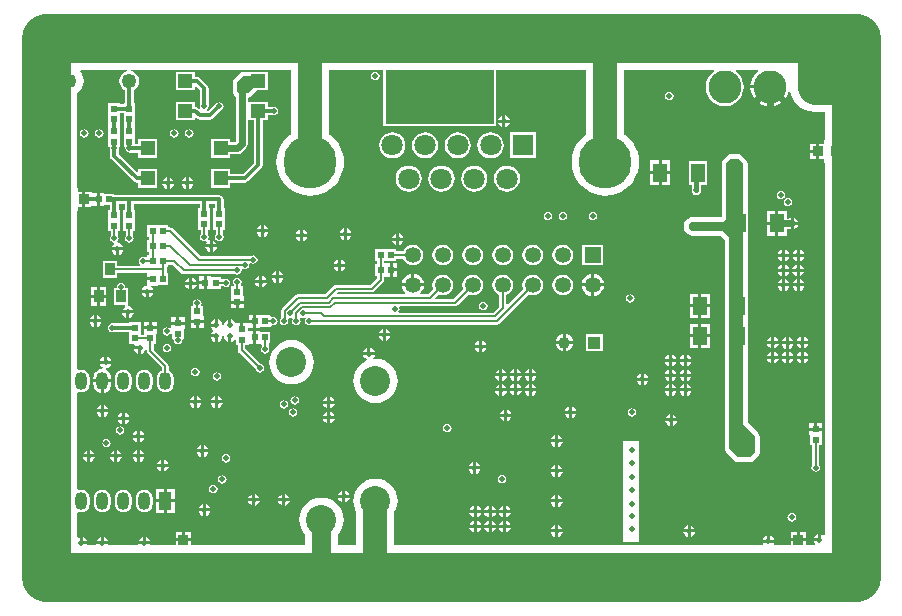
<source format=gbl>
%FSLAX44Y44*%
%MOMM*%
G71*
G01*
G75*
G04 Layer_Physical_Order=4*
G04 Layer_Color=16711680*
%ADD10R,0.6000X0.5000*%
%ADD11R,1.6000X1.2000*%
%ADD12R,0.5000X0.6000*%
%ADD13R,2.6200X3.5100*%
%ADD14O,2.0320X0.6096*%
%ADD15R,2.0320X0.6096*%
%ADD16R,1.2000X1.2500*%
%ADD17R,2.4000X1.2500*%
G04:AMPARAMS|DCode=18|XSize=1.5mm|YSize=1.4mm|CornerRadius=0mm|HoleSize=0mm|Usage=FLASHONLY|Rotation=45.000|XOffset=0mm|YOffset=0mm|HoleType=Round|Shape=Rectangle|*
%AMROTATEDRECTD18*
4,1,4,-0.0354,-1.0253,-1.0253,-0.0354,0.0354,1.0253,1.0253,0.0354,-0.0354,-1.0253,0.0*
%
%ADD18ROTATEDRECTD18*%

%ADD19R,1.2000X1.2000*%
%ADD20R,2.4000X0.8000*%
%ADD21R,5.0000X5.3000*%
%ADD22R,0.2000X0.8000*%
%ADD23R,0.1990X0.8000*%
%ADD24R,0.8000X0.2000*%
%ADD25R,0.8000X0.1990*%
%ADD26R,3.7000X3.7000*%
%ADD27R,0.8128X0.8128*%
%ADD28C,1.0000*%
%ADD29R,1.2954X1.6002*%
%ADD30R,0.7600X1.5600*%
%ADD31R,1.0668X0.8128*%
%ADD32R,1.2000X1.6000*%
G04:AMPARAMS|DCode=33|XSize=1.5mm|YSize=1.4mm|CornerRadius=0mm|HoleSize=0mm|Usage=FLASHONLY|Rotation=135.000|XOffset=0mm|YOffset=0mm|HoleType=Round|Shape=Rectangle|*
%AMROTATEDRECTD33*
4,1,4,1.0253,-0.0354,0.0354,-1.0253,-1.0253,0.0354,-0.0354,1.0253,1.0253,-0.0354,0.0*
%
%ADD33ROTATEDRECTD33*%

%ADD34R,1.1000X0.5000*%
%ADD35R,0.8890X1.0160*%
%ADD36R,1.3970X1.3970*%
%ADD37R,1.2000X1.4000*%
%ADD38R,1.2500X1.2000*%
%ADD39R,1.2500X2.4000*%
%ADD40R,0.8000X2.4000*%
%ADD41R,5.3000X5.0000*%
G04:AMPARAMS|DCode=42|XSize=2.4mm|YSize=2.8mm|CornerRadius=0mm|HoleSize=0mm|Usage=FLASHONLY|Rotation=135.000|XOffset=0mm|YOffset=0mm|HoleType=Round|Shape=Rectangle|*
%AMROTATEDRECTD42*
4,1,4,1.8385,0.1414,-0.1414,-1.8385,-1.8385,-0.1414,0.1414,1.8385,1.8385,0.1414,0.0*
%
%ADD42ROTATEDRECTD42*%

%ADD43C,0.2540*%
%ADD44C,0.1780*%
%ADD45C,0.6000*%
%ADD46C,4.1200*%
%ADD47C,0.4000*%
%ADD48C,0.3000*%
%ADD49C,0.2000*%
%ADD50C,0.2543*%
%ADD51C,1.0000*%
%ADD52C,0.1270*%
%ADD53C,0.8000*%
%ADD54C,0.1800*%
%ADD55C,1.2540*%
%ADD56C,2.8000*%
%ADD57C,4.5000*%
%ADD58C,1.8000*%
%ADD59R,1.8000X1.8000*%
G04:AMPARAMS|DCode=60|XSize=4mm|YSize=4mm|CornerRadius=2mm|HoleSize=0mm|Usage=FLASHONLY|Rotation=0.000|XOffset=0mm|YOffset=0mm|HoleType=Round|Shape=RoundedRectangle|*
%AMROUNDEDRECTD60*
21,1,4.0000,0.0000,0,0,0.0*
21,1,0.0000,4.0000,0,0,0.0*
1,1,4.0000,0.0000,0.0000*
1,1,4.0000,0.0000,0.0000*
1,1,4.0000,0.0000,0.0000*
1,1,4.0000,0.0000,0.0000*
%
%ADD60ROUNDEDRECTD60*%
%ADD61R,1.0000X1.0000*%
%ADD62C,1.3500*%
%ADD63R,1.3500X1.3500*%
%ADD64C,2.5400*%
%ADD65O,1.0160X1.5240*%
%ADD66R,1.0668X1.5240*%
%ADD67C,0.5000*%
%ADD68R,1.0729X7.6713*%
%ADD69C,2.0000*%
%ADD70R,8.9783X5.0800*%
%ADD71R,0.8128X0.8128*%
%ADD72R,0.8128X1.0668*%
%ADD73C,3.0000*%
%ADD74C,1.6000*%
%ADD75R,9.1983X4.5380*%
G36*
X625063Y450122D02*
X623248Y448632D01*
X621181Y446114D01*
X619645Y443240D01*
X618699Y440122D01*
X618505Y438150D01*
X635000D01*
Y436880D01*
X636270D01*
Y420385D01*
X638242Y420579D01*
X641360Y421525D01*
X644234Y423061D01*
X646752Y425128D01*
X648819Y427646D01*
X650355Y430520D01*
X651124Y433054D01*
X652387Y432929D01*
X652404Y432763D01*
X653605Y428805D01*
X655555Y425157D01*
X658179Y421959D01*
X661377Y419335D01*
X665025Y417385D01*
X668983Y416184D01*
X673100Y415778D01*
X681318D01*
Y392334D01*
X680816D01*
Y388874D01*
X676910D01*
Y382270D01*
Y375666D01*
X680816D01*
Y372206D01*
X681318D01*
Y250000D01*
X681318Y250000D01*
X681318D01*
Y57803D01*
X680198Y57205D01*
X678876Y58088D01*
X678180Y58226D01*
Y53340D01*
X676910D01*
Y52070D01*
X672024D01*
X672162Y51374D01*
X673212Y49802D01*
X672614Y48682D01*
X665734D01*
Y52070D01*
X652526D01*
Y48682D01*
X638875D01*
X638276Y49802D01*
X638478Y50104D01*
X638616Y50800D01*
X628844D01*
X628982Y50104D01*
X629184Y49802D01*
X628585Y48682D01*
X317067D01*
Y76768D01*
X318351Y79168D01*
X319420Y82693D01*
X319781Y86359D01*
X319420Y90025D01*
X318351Y93550D01*
X316614Y96798D01*
X314277Y99646D01*
X311430Y101983D01*
X308181Y103719D01*
X304656Y104788D01*
X300991Y105149D01*
X297325Y104788D01*
X293800Y103719D01*
X290551Y101983D01*
X287704Y99646D01*
X285367Y96798D01*
X283630Y93550D01*
X282561Y90025D01*
X282200Y86359D01*
X282561Y82693D01*
X283630Y79168D01*
X284913Y76769D01*
Y48682D01*
X269391D01*
Y58214D01*
X270895Y60047D01*
X272631Y63295D01*
X273701Y66820D01*
X274062Y70486D01*
X273701Y74152D01*
X272631Y77677D01*
X270895Y80926D01*
X268558Y83773D01*
X265711Y86110D01*
X262462Y87846D01*
X258937Y88916D01*
X255271Y89277D01*
X251605Y88916D01*
X248081Y87846D01*
X244832Y86110D01*
X241984Y83773D01*
X239648Y80926D01*
X237911Y77677D01*
X236842Y74152D01*
X236481Y70486D01*
X236842Y66820D01*
X237911Y63295D01*
X239648Y60047D01*
X241149Y58217D01*
Y48682D01*
X145034D01*
Y52070D01*
X131826D01*
Y48682D01*
X111208D01*
X110513Y49530D01*
X100467D01*
X99772Y48682D01*
X75568D01*
X74873Y49530D01*
X64827D01*
X64131Y48682D01*
X57789D01*
X57093Y49530D01*
X52070D01*
Y50800D01*
X50800D01*
Y55686D01*
X50104Y55548D01*
X49802Y55346D01*
X48682Y55945D01*
Y76417D01*
X49738Y77122D01*
X50221Y76922D01*
X52070Y76679D01*
X53918Y76922D01*
X55640Y77636D01*
X57119Y78770D01*
X58254Y80250D01*
X58967Y81972D01*
X59211Y83820D01*
Y88900D01*
X58967Y90748D01*
X58254Y92471D01*
X57119Y93949D01*
X55640Y95084D01*
X53918Y95798D01*
X52070Y96041D01*
X50221Y95798D01*
X49738Y95598D01*
X48682Y96303D01*
Y178017D01*
X49738Y178723D01*
X50223Y178522D01*
X52071Y178279D01*
X53919Y178522D01*
X55641Y179236D01*
X57120Y180371D01*
X58255Y181849D01*
X58969Y183572D01*
X59212Y185420D01*
Y190500D01*
X58969Y192348D01*
X58255Y194070D01*
X57120Y195550D01*
X55641Y196684D01*
X53919Y197398D01*
X52071Y197641D01*
X50223Y197398D01*
X49738Y197197D01*
X48682Y197903D01*
Y250000D01*
X48682Y250000D01*
X48682Y250000D01*
Y250000D01*
Y331566D01*
X48854D01*
Y335026D01*
X52760D01*
Y341630D01*
Y348234D01*
X48854D01*
Y351694D01*
X48682D01*
Y431650D01*
X50661Y433168D01*
X52628Y435731D01*
X53864Y438716D01*
X54286Y441919D01*
X53864Y445122D01*
X52628Y448107D01*
X51038Y450179D01*
X51600Y451318D01*
X91030D01*
X91113Y450051D01*
X90551Y449977D01*
X88539Y449143D01*
X86812Y447818D01*
X85486Y446090D01*
X84653Y444078D01*
X84369Y441919D01*
X84653Y439761D01*
X85486Y437749D01*
X86812Y436021D01*
X88539Y434696D01*
X89237Y434407D01*
Y423020D01*
X87806D01*
Y422089D01*
X85010D01*
Y423020D01*
X75010D01*
Y414020D01*
Y405020D01*
X75010Y405020D01*
X75010Y403970D01*
X75010D01*
Y394970D01*
Y385970D01*
X76441D01*
Y384810D01*
Y378460D01*
X76713Y377094D01*
X77487Y375937D01*
X96528Y356895D01*
X97686Y356122D01*
X99052Y355850D01*
X100180D01*
Y351418D01*
X116180D01*
Y367419D01*
X100180D01*
Y364996D01*
X99007Y364510D01*
X83579Y379938D01*
Y384810D01*
Y385970D01*
X85010D01*
Y394970D01*
Y403970D01*
D01*
Y403970D01*
X85010Y403970D01*
Y405020D01*
X85010D01*
Y414020D01*
Y414951D01*
X87806D01*
Y414020D01*
Y405020D01*
X87806Y405020D01*
X87806Y403970D01*
X87806D01*
Y394970D01*
Y385970D01*
X89237D01*
Y384906D01*
X89509Y383540D01*
X90282Y382382D01*
X90369Y382295D01*
X91527Y381522D01*
X92893Y381250D01*
X100180D01*
Y376819D01*
X116180D01*
Y392818D01*
X100180D01*
Y388387D01*
X97806D01*
Y394970D01*
Y403970D01*
D01*
Y403970D01*
X97806Y403970D01*
Y405020D01*
X97806D01*
Y414020D01*
Y423020D01*
X96374D01*
Y434486D01*
X96881Y434696D01*
X98608Y436021D01*
X99934Y437749D01*
X100767Y439761D01*
X101051Y441919D01*
X100767Y444078D01*
X99934Y446090D01*
X98608Y447818D01*
X96881Y449143D01*
X94869Y449977D01*
X94307Y450051D01*
X94390Y451318D01*
X229813D01*
Y396953D01*
X229086Y396508D01*
X225675Y393595D01*
X222762Y390184D01*
X220418Y386359D01*
X218701Y382214D01*
X217654Y377852D01*
X217302Y373380D01*
X217654Y368908D01*
X218701Y364546D01*
X220418Y360401D01*
X222762Y356576D01*
X225675Y353165D01*
X229086Y350252D01*
X232911Y347908D01*
X237056Y346191D01*
X241418Y345144D01*
X245890Y344792D01*
X250362Y345144D01*
X254724Y346191D01*
X258869Y347908D01*
X262694Y350252D01*
X266105Y353165D01*
X269018Y356576D01*
X271362Y360401D01*
X273079Y364546D01*
X274126Y368908D01*
X274478Y373380D01*
X274126Y377852D01*
X273079Y382214D01*
X271362Y386359D01*
X269018Y390184D01*
X266105Y393595D01*
X262694Y396508D01*
X261967Y396953D01*
Y451318D01*
X306914D01*
X307298Y450850D01*
Y405471D01*
X307453Y404690D01*
X307895Y404029D01*
X308557Y403587D01*
X309337Y403431D01*
X401320D01*
X402100Y403587D01*
X402762Y404029D01*
X403204Y404690D01*
X403359Y405471D01*
Y450850D01*
X403743Y451318D01*
X479713D01*
Y396953D01*
X478986Y396508D01*
X475575Y393595D01*
X472662Y390184D01*
X470318Y386359D01*
X468601Y382214D01*
X467554Y377852D01*
X467202Y373380D01*
X467554Y368908D01*
X468601Y364546D01*
X470318Y360401D01*
X472662Y356576D01*
X475575Y353165D01*
X478986Y350252D01*
X482811Y347908D01*
X486956Y346191D01*
X491318Y345144D01*
X495790Y344792D01*
X500262Y345144D01*
X504624Y346191D01*
X508769Y347908D01*
X512594Y350252D01*
X516005Y353165D01*
X518918Y356576D01*
X521262Y360401D01*
X522979Y364546D01*
X524026Y368908D01*
X524378Y373380D01*
X524026Y377852D01*
X522979Y382214D01*
X521262Y386359D01*
X518918Y390184D01*
X516005Y393595D01*
X512594Y396508D01*
X511867Y396953D01*
Y451318D01*
X587387D01*
X587814Y450122D01*
X585532Y448248D01*
X583532Y445812D01*
X582046Y443033D01*
X581132Y440017D01*
X580823Y436880D01*
X581132Y433744D01*
X582046Y430727D01*
X583532Y427948D01*
X585532Y425512D01*
X587968Y423512D01*
X590747Y422026D01*
X593764Y421111D01*
X596900Y420803D01*
X600037Y421111D01*
X603053Y422026D01*
X605832Y423512D01*
X608269Y425512D01*
X610268Y427948D01*
X611754Y430727D01*
X612668Y433744D01*
X612977Y436880D01*
X612668Y440017D01*
X611754Y443033D01*
X610268Y445812D01*
X608269Y448248D01*
X605985Y450122D01*
X606413Y451318D01*
X624636D01*
X625063Y450122D01*
D02*
G37*
%LPC*%
G36*
X71120Y167446D02*
Y163830D01*
X74736D01*
X74598Y164527D01*
X73484Y166194D01*
X71817Y167308D01*
X71120Y167446D01*
D02*
G37*
G36*
X68580D02*
X67884Y167308D01*
X66216Y166194D01*
X65102Y164527D01*
X64964Y163830D01*
X68580D01*
Y167446D01*
D02*
G37*
G36*
X223520Y171671D02*
X222154Y171399D01*
X220997Y170626D01*
X220223Y169468D01*
X219951Y168102D01*
X220223Y166737D01*
X220997Y165579D01*
X222154Y164806D01*
X223520Y164534D01*
X224886Y164806D01*
X226043Y165579D01*
X226817Y166737D01*
X227089Y168102D01*
X226817Y169468D01*
X226043Y170626D01*
X224886Y171399D01*
X223520Y171671D01*
D02*
G37*
G36*
X147320Y168910D02*
X143704D01*
X143842Y168214D01*
X144956Y166546D01*
X146623Y165432D01*
X147320Y165294D01*
Y168910D01*
D02*
G37*
G36*
X266506Y168555D02*
X262890D01*
Y164939D01*
X263587Y165077D01*
X265254Y166191D01*
X266368Y167859D01*
X266506Y168555D01*
D02*
G37*
G36*
X260350D02*
X256734D01*
X256872Y167859D01*
X257986Y166191D01*
X259653Y165077D01*
X260350Y164939D01*
Y168555D01*
D02*
G37*
G36*
X467435Y166465D02*
Y162849D01*
X471051D01*
X470913Y163545D01*
X469799Y165213D01*
X468131Y166327D01*
X467435Y166465D01*
D02*
G37*
G36*
X262890Y161960D02*
Y158344D01*
X266506D01*
X266368Y159040D01*
X265254Y160707D01*
X263587Y161821D01*
X262890Y161960D01*
D02*
G37*
G36*
X260350D02*
X259653Y161821D01*
X257986Y160707D01*
X256872Y159040D01*
X256734Y158344D01*
X260350D01*
Y161960D01*
D02*
G37*
G36*
X518160Y164859D02*
X516794Y164587D01*
X515637Y163813D01*
X514863Y162656D01*
X514591Y161290D01*
X514863Y159924D01*
X515637Y158767D01*
X516794Y157993D01*
X518160Y157721D01*
X519526Y157993D01*
X520683Y158767D01*
X521457Y159924D01*
X521729Y161290D01*
X521457Y162656D01*
X520683Y163813D01*
X519526Y164587D01*
X518160Y164859D01*
D02*
G37*
G36*
X464895Y166465D02*
X464198Y166327D01*
X462531Y165213D01*
X461417Y163545D01*
X461279Y162849D01*
X464895D01*
Y166465D01*
D02*
G37*
G36*
X412750Y163925D02*
Y160309D01*
X416366D01*
X416228Y161005D01*
X415114Y162673D01*
X413447Y163787D01*
X412750Y163925D01*
D02*
G37*
G36*
X410210D02*
X409514Y163787D01*
X407846Y162673D01*
X406732Y161005D01*
X406594Y160309D01*
X410210D01*
Y163925D01*
D02*
G37*
G36*
X153476Y168910D02*
X149860D01*
Y165294D01*
X150556Y165432D01*
X152224Y166546D01*
X153338Y168214D01*
X153476Y168910D01*
D02*
G37*
G36*
X167990Y175066D02*
Y171450D01*
X171607D01*
X171468Y172146D01*
X170354Y173814D01*
X168687Y174928D01*
X167990Y175066D01*
D02*
G37*
G36*
X165450D02*
X164754Y174928D01*
X163087Y173814D01*
X161973Y172146D01*
X161834Y171450D01*
X165450D01*
Y175066D01*
D02*
G37*
G36*
X149860D02*
Y171450D01*
X153476D01*
X153338Y172146D01*
X152224Y173814D01*
X150556Y174928D01*
X149860Y175066D01*
D02*
G37*
G36*
X431158Y179070D02*
X427542D01*
X427681Y178374D01*
X428795Y176706D01*
X430462Y175592D01*
X431158Y175454D01*
Y179070D01*
D02*
G37*
G36*
X412267D02*
X408651D01*
Y175454D01*
X409347Y175592D01*
X411015Y176706D01*
X412128Y178374D01*
X412267Y179070D01*
D02*
G37*
G36*
X406111D02*
X402495D01*
X402633Y178374D01*
X403747Y176706D01*
X405414Y175592D01*
X406111Y175454D01*
Y179070D01*
D02*
G37*
G36*
X147320Y175066D02*
X146623Y174928D01*
X144956Y173814D01*
X143842Y172146D01*
X143704Y171450D01*
X147320D01*
Y175066D01*
D02*
G37*
G36*
X232710Y175019D02*
X231344Y174747D01*
X230187Y173973D01*
X229413Y172816D01*
X229142Y171450D01*
X229413Y170084D01*
X230187Y168927D01*
X231344Y168153D01*
X232710Y167881D01*
X234076Y168153D01*
X235233Y168927D01*
X236007Y170084D01*
X236279Y171450D01*
X236007Y172816D01*
X235233Y173973D01*
X234076Y174747D01*
X232710Y175019D01*
D02*
G37*
G36*
X171607Y168910D02*
X167990D01*
Y165294D01*
X168687Y165432D01*
X170354Y166546D01*
X171468Y168214D01*
X171607Y168910D01*
D02*
G37*
G36*
X165450D02*
X161834D01*
X161973Y168214D01*
X163087Y166546D01*
X164754Y165432D01*
X165450Y165294D01*
Y168910D01*
D02*
G37*
G36*
X262890Y174711D02*
Y171095D01*
X266506D01*
X266368Y171791D01*
X265254Y173459D01*
X263587Y174573D01*
X262890Y174711D01*
D02*
G37*
G36*
X260350D02*
X259653Y174573D01*
X257986Y173459D01*
X256872Y171791D01*
X256734Y171095D01*
X260350D01*
Y174711D01*
D02*
G37*
G36*
X300456Y209890D02*
X290683D01*
X290822Y209194D01*
X291936Y207527D01*
X293572Y206433D01*
X293561Y206201D01*
X293336Y205072D01*
X290550Y203583D01*
X287702Y201246D01*
X285366Y198398D01*
X283629Y195150D01*
X282560Y191625D01*
X282199Y187959D01*
X282560Y184293D01*
X283629Y180768D01*
X285366Y177520D01*
X287702Y174672D01*
X290550Y172335D01*
X293798Y170599D01*
X297323Y169530D01*
X300989Y169168D01*
X304655Y169530D01*
X308180Y170599D01*
X311429Y172335D01*
X314276Y174672D01*
X316613Y177520D01*
X318349Y180768D01*
X319419Y184293D01*
X319780Y187959D01*
X319419Y191625D01*
X318349Y195150D01*
X316613Y198398D01*
X314276Y201246D01*
X311429Y203583D01*
X308180Y205319D01*
X304655Y206388D01*
X300989Y206749D01*
X299999Y206652D01*
X299346Y207741D01*
X300317Y209194D01*
X300456Y209890D01*
D02*
G37*
G36*
X679390Y152117D02*
X675120D01*
Y148347D01*
X679390D01*
Y152117D01*
D02*
G37*
G36*
X672580D02*
X668310D01*
Y148347D01*
X672580D01*
Y152117D01*
D02*
G37*
G36*
X361950Y151579D02*
X360584Y151307D01*
X359427Y150533D01*
X358653Y149376D01*
X358381Y148010D01*
X358653Y146644D01*
X359427Y145487D01*
X360584Y144713D01*
X361950Y144441D01*
X363316Y144713D01*
X364473Y145487D01*
X365247Y146644D01*
X365519Y148010D01*
X365247Y149376D01*
X364473Y150533D01*
X363316Y151307D01*
X361950Y151579D01*
D02*
G37*
G36*
X86360Y154940D02*
X82744D01*
X82882Y154243D01*
X83996Y152576D01*
X85663Y151462D01*
X86360Y151324D01*
Y154940D01*
D02*
G37*
G36*
X556355Y153670D02*
X552739D01*
Y150054D01*
X553435Y150192D01*
X555103Y151306D01*
X556216Y152973D01*
X556355Y153670D01*
D02*
G37*
G36*
X550199D02*
X546583D01*
X546721Y152973D01*
X547835Y151306D01*
X549502Y150192D01*
X550199Y150054D01*
Y153670D01*
D02*
G37*
G36*
X85001Y149619D02*
X83636Y149347D01*
X82478Y148573D01*
X81705Y147416D01*
X81433Y146050D01*
X81705Y144684D01*
X82478Y143527D01*
X83636Y142753D01*
X85001Y142481D01*
X86367Y142753D01*
X87525Y143527D01*
X88298Y144684D01*
X88570Y146050D01*
X88298Y147416D01*
X87525Y148573D01*
X86367Y149347D01*
X85001Y149619D01*
D02*
G37*
G36*
X453340Y142046D02*
X452644Y141908D01*
X450976Y140794D01*
X449862Y139127D01*
X449724Y138430D01*
X453340D01*
Y142046D01*
D02*
G37*
G36*
X105216Y139700D02*
X101600D01*
Y136084D01*
X102296Y136222D01*
X103964Y137336D01*
X105078Y139003D01*
X105216Y139700D01*
D02*
G37*
G36*
X99060D02*
X95444D01*
X95582Y139003D01*
X96696Y137336D01*
X98364Y136222D01*
X99060Y136084D01*
Y139700D01*
D02*
G37*
G36*
X101600Y145856D02*
Y142240D01*
X105216D01*
X105078Y142936D01*
X103964Y144604D01*
X102296Y145718D01*
X101600Y145856D01*
D02*
G37*
G36*
X99060D02*
X98364Y145718D01*
X96696Y144604D01*
X95582Y142936D01*
X95444Y142240D01*
X99060D01*
Y145856D01*
D02*
G37*
G36*
X455880Y142046D02*
Y138430D01*
X459496D01*
X459358Y139127D01*
X458244Y140794D01*
X456576Y141908D01*
X455880Y142046D01*
D02*
G37*
G36*
X92516Y154940D02*
X88900D01*
Y151324D01*
X89597Y151462D01*
X91264Y152576D01*
X92378Y154243D01*
X92516Y154940D01*
D02*
G37*
G36*
X88900Y161096D02*
Y157480D01*
X92516D01*
X92378Y158176D01*
X91264Y159844D01*
X89597Y160958D01*
X88900Y161096D01*
D02*
G37*
G36*
X86360D02*
X85663Y160958D01*
X83996Y159844D01*
X82882Y158176D01*
X82744Y157480D01*
X86360D01*
Y161096D01*
D02*
G37*
G36*
X471051Y160309D02*
X467435D01*
Y156693D01*
X468131Y156831D01*
X469799Y157945D01*
X470913Y159613D01*
X471051Y160309D01*
D02*
G37*
G36*
X231476Y164859D02*
X230111Y164587D01*
X228953Y163813D01*
X228179Y162656D01*
X227908Y161290D01*
X228179Y159924D01*
X228953Y158767D01*
X230111Y157993D01*
X231476Y157721D01*
X232842Y157993D01*
X234000Y158767D01*
X234773Y159924D01*
X235045Y161290D01*
X234773Y162656D01*
X234000Y163813D01*
X232842Y164587D01*
X231476Y164859D01*
D02*
G37*
G36*
X74736Y161290D02*
X71120D01*
Y157674D01*
X71817Y157812D01*
X73484Y158926D01*
X74598Y160593D01*
X74736Y161290D01*
D02*
G37*
G36*
X68580D02*
X64964D01*
X65102Y160593D01*
X66216Y158926D01*
X67884Y157812D01*
X68580Y157674D01*
Y161290D01*
D02*
G37*
G36*
X464895Y160309D02*
X461279D01*
X461417Y159613D01*
X462531Y157945D01*
X464198Y156831D01*
X464895Y156693D01*
Y160309D01*
D02*
G37*
G36*
X410210Y157769D02*
X406594D01*
X406732Y157072D01*
X407846Y155405D01*
X409514Y154291D01*
X410210Y154153D01*
Y157769D01*
D02*
G37*
G36*
X266506Y155804D02*
X262890D01*
Y152188D01*
X263587Y152326D01*
X265254Y153440D01*
X266368Y155107D01*
X266506Y155804D01*
D02*
G37*
G36*
X260350D02*
X256734D01*
X256872Y155107D01*
X257986Y153440D01*
X259653Y152326D01*
X260350Y152188D01*
Y155804D01*
D02*
G37*
G36*
X552739Y159826D02*
Y156210D01*
X556355D01*
X556216Y156906D01*
X555103Y158574D01*
X553435Y159688D01*
X552739Y159826D01*
D02*
G37*
G36*
X550199D02*
X549502Y159688D01*
X547835Y158574D01*
X546721Y156906D01*
X546583Y156210D01*
X550199D01*
Y159826D01*
D02*
G37*
G36*
X416366Y157769D02*
X412750D01*
Y154153D01*
X413447Y154291D01*
X415114Y155405D01*
X416228Y157072D01*
X416366Y157769D01*
D02*
G37*
G36*
X437314Y179070D02*
X433698D01*
Y175454D01*
X434395Y175592D01*
X436062Y176706D01*
X437176Y178374D01*
X437314Y179070D01*
D02*
G37*
G36*
X525780Y194405D02*
X525084Y194266D01*
X523416Y193153D01*
X522302Y191485D01*
X522164Y190789D01*
X525780D01*
Y194405D01*
D02*
G37*
G36*
X77565Y202565D02*
X67793D01*
X67931Y201868D01*
X69045Y200201D01*
X70028Y199545D01*
X69849Y198186D01*
X67860Y197924D01*
X66006Y197156D01*
X64415Y195935D01*
X63193Y194343D01*
X62425Y192489D01*
X62164Y190500D01*
Y189230D01*
X77535D01*
Y190500D01*
X77273Y192489D01*
X76505Y194343D01*
X75284Y195935D01*
X73692Y197156D01*
X72872Y197496D01*
X72997Y198759D01*
X74646Y199087D01*
X76313Y200201D01*
X77427Y201868D01*
X77565Y202565D01*
D02*
G37*
G36*
X166721Y195339D02*
X165355Y195067D01*
X164197Y194293D01*
X163424Y193136D01*
X163152Y191770D01*
X163424Y190404D01*
X164197Y189247D01*
X165355Y188473D01*
X166721Y188201D01*
X168086Y188473D01*
X169244Y189247D01*
X170017Y190404D01*
X170289Y191770D01*
X170017Y193136D01*
X169244Y194293D01*
X168086Y195067D01*
X166721Y195339D01*
D02*
G37*
G36*
X549824Y197750D02*
X549127Y197611D01*
X547460Y196497D01*
X546346Y194830D01*
X546208Y194134D01*
X549824D01*
Y197750D01*
D02*
G37*
G36*
X148590Y199149D02*
X147224Y198877D01*
X146067Y198103D01*
X145293Y196946D01*
X145021Y195580D01*
X145293Y194214D01*
X146067Y193057D01*
X147224Y192283D01*
X148590Y192011D01*
X149956Y192283D01*
X151113Y193057D01*
X151887Y194214D01*
X152159Y195580D01*
X151887Y196946D01*
X151113Y198103D01*
X149956Y198877D01*
X148590Y199149D01*
D02*
G37*
G36*
X528320Y194405D02*
Y190789D01*
X531936D01*
X531798Y191485D01*
X530684Y193153D01*
X529016Y194266D01*
X528320Y194405D01*
D02*
G37*
G36*
X437314Y191770D02*
X433698D01*
Y188154D01*
X434395Y188292D01*
X436062Y189406D01*
X437176Y191073D01*
X437314Y191770D01*
D02*
G37*
G36*
X412267D02*
X408651D01*
Y188154D01*
X409347Y188292D01*
X411015Y189406D01*
X412128Y191073D01*
X412267Y191770D01*
D02*
G37*
G36*
X406111D02*
X402495D01*
X402633Y191073D01*
X403747Y189406D01*
X405414Y188292D01*
X406111Y188154D01*
Y191770D01*
D02*
G37*
G36*
X568412Y191594D02*
X564795D01*
Y187978D01*
X565492Y188116D01*
X567159Y189230D01*
X568273Y190897D01*
X568412Y191594D01*
D02*
G37*
G36*
X431158Y191770D02*
X427542D01*
X427681Y191073D01*
X428795Y189406D01*
X430462Y188292D01*
X431158Y188154D01*
Y191770D01*
D02*
G37*
G36*
X424791D02*
X421175D01*
Y188154D01*
X421871Y188292D01*
X423538Y189406D01*
X424652Y191073D01*
X424791Y191770D01*
D02*
G37*
G36*
X418634D02*
X415018D01*
X415157Y191073D01*
X416271Y189406D01*
X417938Y188292D01*
X418634Y188154D01*
Y191770D01*
D02*
G37*
G36*
X552364Y197750D02*
Y194134D01*
X555980D01*
X555841Y194830D01*
X554728Y196497D01*
X553060Y197611D01*
X552364Y197750D01*
D02*
G37*
G36*
X555980Y204117D02*
X552364D01*
Y200501D01*
X553060Y200640D01*
X554728Y201754D01*
X555841Y203421D01*
X555980Y204117D01*
D02*
G37*
G36*
X549824D02*
X546208D01*
X546346Y203421D01*
X547460Y201754D01*
X549127Y200640D01*
X549824Y200501D01*
Y204117D01*
D02*
G37*
G36*
X433698Y197926D02*
Y194310D01*
X437314D01*
X437176Y195007D01*
X436062Y196674D01*
X434395Y197788D01*
X433698Y197926D01*
D02*
G37*
G36*
X636270Y206402D02*
X632654D01*
X632792Y205706D01*
X633906Y204039D01*
X635574Y202925D01*
X636270Y202786D01*
Y206402D01*
D02*
G37*
G36*
X568680Y204117D02*
X565064D01*
Y200501D01*
X565760Y200640D01*
X567427Y201754D01*
X568541Y203421D01*
X568680Y204117D01*
D02*
G37*
G36*
X562524D02*
X558908D01*
X559046Y203421D01*
X560160Y201754D01*
X561827Y200640D01*
X562524Y200501D01*
Y204117D01*
D02*
G37*
G36*
X431158Y197926D02*
X430462Y197788D01*
X428795Y196674D01*
X427681Y195007D01*
X427542Y194310D01*
X431158D01*
Y197926D01*
D02*
G37*
G36*
X406111D02*
X405414Y197788D01*
X403747Y196674D01*
X402633Y195007D01*
X402495Y194310D01*
X406111D01*
Y197926D01*
D02*
G37*
G36*
X564795Y197750D02*
Y194134D01*
X568412D01*
X568273Y194830D01*
X567159Y196497D01*
X565492Y197611D01*
X564795Y197750D01*
D02*
G37*
G36*
X562256D02*
X561559Y197611D01*
X559892Y196497D01*
X558778Y194830D01*
X558639Y194134D01*
X562256D01*
Y197750D01*
D02*
G37*
G36*
X421175Y197926D02*
Y194310D01*
X424791D01*
X424652Y195007D01*
X423538Y196674D01*
X421871Y197788D01*
X421175Y197926D01*
D02*
G37*
G36*
X418634D02*
X417938Y197788D01*
X416271Y196674D01*
X415157Y195007D01*
X415018Y194310D01*
X418634D01*
Y197926D01*
D02*
G37*
G36*
X408651D02*
Y194310D01*
X412267D01*
X412128Y195007D01*
X411015Y196674D01*
X409347Y197788D01*
X408651Y197926D01*
D02*
G37*
G36*
X105409Y197641D02*
X103560Y197398D01*
X101838Y196685D01*
X100359Y195550D01*
X99224Y194071D01*
X98511Y192348D01*
X98268Y190500D01*
Y185420D01*
X98511Y183572D01*
X99224Y181850D01*
X100359Y180371D01*
X101838Y179236D01*
X103560Y178522D01*
X105409Y178279D01*
X107257Y178522D01*
X108979Y179236D01*
X110458Y180371D01*
X111593Y181850D01*
X112306Y183572D01*
X112550Y185420D01*
Y190500D01*
X112306Y192348D01*
X111593Y194071D01*
X110458Y195550D01*
X108979Y196685D01*
X107257Y197398D01*
X105409Y197641D01*
D02*
G37*
G36*
X87629Y197641D02*
X85780Y197397D01*
X84058Y196684D01*
X82579Y195549D01*
X81444Y194070D01*
X80731Y192348D01*
X80488Y190499D01*
Y185420D01*
X80731Y183571D01*
X81444Y181849D01*
X82579Y180370D01*
X84058Y179235D01*
X85780Y178522D01*
X87629Y178278D01*
X89477Y178522D01*
X91199Y179235D01*
X92678Y180370D01*
X93813Y181849D01*
X94527Y183571D01*
X94770Y185420D01*
Y190499D01*
X94527Y192348D01*
X93813Y194070D01*
X92678Y195549D01*
X91199Y196684D01*
X89477Y197397D01*
X87629Y197641D01*
D02*
G37*
G36*
X77535Y186690D02*
X71120D01*
Y177901D01*
X71838Y177996D01*
X73692Y178764D01*
X75284Y179985D01*
X76505Y181577D01*
X77273Y183431D01*
X77535Y185420D01*
Y186690D01*
D02*
G37*
G36*
X408651Y185226D02*
Y181610D01*
X412267D01*
X412128Y182306D01*
X411015Y183974D01*
X409347Y185088D01*
X408651Y185226D01*
D02*
G37*
G36*
X406111D02*
X405414Y185088D01*
X403747Y183974D01*
X402633Y182306D01*
X402495Y181610D01*
X406111D01*
Y185226D01*
D02*
G37*
G36*
X102790Y237600D02*
X92790D01*
Y236668D01*
X78050D01*
X76684Y236397D01*
X75527Y235623D01*
X74753Y234466D01*
X74482Y233100D01*
X74753Y231734D01*
X75527Y230576D01*
X76684Y229803D01*
X78050Y229531D01*
X92790D01*
Y228600D01*
Y219600D01*
X96664D01*
X97262Y218480D01*
X96852Y217866D01*
X96714Y217170D01*
X101600D01*
Y215900D01*
X102870D01*
Y211014D01*
X103567Y211152D01*
X105234Y212266D01*
X106348Y213934D01*
X106539Y214898D01*
X107803Y214774D01*
Y213360D01*
X107803Y213360D01*
X107803D01*
X108008Y212332D01*
X108590Y211460D01*
X120503Y199547D01*
Y197052D01*
X119618Y196686D01*
X118139Y195551D01*
X117004Y194072D01*
X116291Y192349D01*
X116048Y190501D01*
Y185421D01*
X116291Y183573D01*
X117004Y181851D01*
X118139Y180372D01*
X119618Y179237D01*
X121341Y178524D01*
X123189Y178280D01*
X125037Y178524D01*
X126759Y179237D01*
X128238Y180372D01*
X129373Y181851D01*
X130086Y183573D01*
X130330Y185421D01*
Y190501D01*
X130086Y192349D01*
X129373Y194072D01*
X128238Y195551D01*
X126759Y196686D01*
X125877Y197051D01*
Y200660D01*
X125672Y201688D01*
X125090Y202560D01*
X113177Y214473D01*
Y219600D01*
X115490D01*
Y228060D01*
X116030D01*
Y231830D01*
X104950D01*
Y228060D01*
X105490D01*
Y226787D01*
X102790D01*
Y228600D01*
Y237600D01*
D02*
G37*
G36*
X68580Y186690D02*
X62164D01*
Y185420D01*
X62425Y183431D01*
X63193Y181577D01*
X64415Y179985D01*
X66006Y178764D01*
X67860Y177996D01*
X68580Y177901D01*
Y186690D01*
D02*
G37*
G36*
X562524Y179070D02*
X558908D01*
X559046Y178374D01*
X560160Y176706D01*
X561827Y175592D01*
X562524Y175454D01*
Y179070D01*
D02*
G37*
G36*
X555980D02*
X552364D01*
Y175454D01*
X553060Y175592D01*
X554728Y176706D01*
X555841Y178374D01*
X555980Y179070D01*
D02*
G37*
G36*
X549824D02*
X546208D01*
X546346Y178374D01*
X547460Y176706D01*
X549127Y175592D01*
X549824Y175454D01*
Y179070D01*
D02*
G37*
G36*
X424791Y179338D02*
X421175D01*
Y175722D01*
X421871Y175861D01*
X423538Y176975D01*
X424652Y178642D01*
X424791Y179338D01*
D02*
G37*
G36*
X418634D02*
X415018D01*
X415157Y178642D01*
X416271Y176975D01*
X417938Y175861D01*
X418634Y175722D01*
Y179338D01*
D02*
G37*
G36*
X568680Y179070D02*
X565064D01*
Y175454D01*
X565760Y175592D01*
X567427Y176706D01*
X568541Y178374D01*
X568680Y179070D01*
D02*
G37*
G36*
X431158Y185226D02*
X430462Y185088D01*
X428795Y183974D01*
X427681Y182306D01*
X427542Y181610D01*
X431158D01*
Y185226D01*
D02*
G37*
G36*
X229871Y222625D02*
X226205Y222264D01*
X222680Y221195D01*
X219431Y219458D01*
X216584Y217121D01*
X214247Y214274D01*
X212511Y211025D01*
X211441Y207500D01*
X211080Y203834D01*
X211441Y200169D01*
X212511Y196644D01*
X214247Y193395D01*
X216584Y190548D01*
X219431Y188211D01*
X222680Y186474D01*
X226205Y185405D01*
X229871Y185044D01*
X233537Y185405D01*
X237062Y186474D01*
X240310Y188211D01*
X243158Y190548D01*
X245494Y193395D01*
X247231Y196644D01*
X248300Y200169D01*
X248661Y203834D01*
X248300Y207500D01*
X247231Y211025D01*
X245494Y214274D01*
X243158Y217121D01*
X240310Y219458D01*
X237062Y221195D01*
X233537Y222264D01*
X229871Y222625D01*
D02*
G37*
G36*
X531936Y188249D02*
X528320D01*
Y184633D01*
X529016Y184771D01*
X530684Y185885D01*
X531798Y187552D01*
X531936Y188249D01*
D02*
G37*
G36*
X525780D02*
X522164D01*
X522302Y187552D01*
X523416Y185885D01*
X525084Y184771D01*
X525780Y184633D01*
Y188249D01*
D02*
G37*
G36*
X562256Y191594D02*
X558639D01*
X558778Y190897D01*
X559892Y189230D01*
X561559Y188116D01*
X562256Y187978D01*
Y191594D01*
D02*
G37*
G36*
X555980D02*
X552364D01*
Y187978D01*
X553060Y188116D01*
X554728Y189230D01*
X555841Y190897D01*
X555980Y191594D01*
D02*
G37*
G36*
X549824D02*
X546208D01*
X546346Y190897D01*
X547460Y189230D01*
X549127Y188116D01*
X549824Y187978D01*
Y191594D01*
D02*
G37*
G36*
X421175Y185494D02*
Y181878D01*
X424791D01*
X424652Y182575D01*
X423538Y184242D01*
X421871Y185356D01*
X421175Y185494D01*
D02*
G37*
G36*
X552364Y185226D02*
Y181610D01*
X555980D01*
X555841Y182306D01*
X554728Y183974D01*
X553060Y185088D01*
X552364Y185226D01*
D02*
G37*
G36*
X549824D02*
X549127Y185088D01*
X547460Y183974D01*
X546346Y182306D01*
X546208Y181610D01*
X549824D01*
Y185226D01*
D02*
G37*
G36*
X433698D02*
Y181610D01*
X437314D01*
X437176Y182306D01*
X436062Y183974D01*
X434395Y185088D01*
X433698Y185226D01*
D02*
G37*
G36*
X418634Y185494D02*
X417938Y185356D01*
X416271Y184242D01*
X415157Y182575D01*
X415018Y181878D01*
X418634D01*
Y185494D01*
D02*
G37*
G36*
X565064Y185226D02*
Y181610D01*
X568680D01*
X568541Y182306D01*
X567427Y183974D01*
X565760Y185088D01*
X565064Y185226D01*
D02*
G37*
G36*
X562524D02*
X561827Y185088D01*
X560160Y183974D01*
X559046Y182306D01*
X558908Y181610D01*
X562524D01*
Y185226D01*
D02*
G37*
G36*
X396819Y76200D02*
X393203D01*
X393342Y75504D01*
X394456Y73836D01*
X396123Y72722D01*
X396819Y72584D01*
Y76200D01*
D02*
G37*
G36*
X390452D02*
X386836D01*
Y72584D01*
X387532Y72722D01*
X389199Y73836D01*
X390313Y75504D01*
X390452Y76200D01*
D02*
G37*
G36*
X384296D02*
X380680D01*
X380818Y75504D01*
X381932Y73836D01*
X383599Y72722D01*
X384296Y72584D01*
Y76200D01*
D02*
G37*
G36*
X415499D02*
X411883D01*
Y72584D01*
X412579Y72722D01*
X414246Y73836D01*
X415360Y75504D01*
X415499Y76200D01*
D02*
G37*
G36*
X409343D02*
X405727D01*
X405865Y75504D01*
X406979Y73836D01*
X408646Y72722D01*
X409343Y72584D01*
Y76200D01*
D02*
G37*
G36*
X402975D02*
X399359D01*
Y72584D01*
X400056Y72722D01*
X401723Y73836D01*
X402837Y75504D01*
X402975Y76200D01*
D02*
G37*
G36*
X653530Y76066D02*
X652164Y75795D01*
X651007Y75021D01*
X650233Y73863D01*
X649961Y72498D01*
X650233Y71132D01*
X651007Y69974D01*
X652164Y69201D01*
X653530Y68929D01*
X654896Y69201D01*
X656053Y69974D01*
X656827Y71132D01*
X657099Y72498D01*
X656827Y73863D01*
X656053Y75021D01*
X654896Y75795D01*
X653530Y76066D01*
D02*
G37*
G36*
X409343Y69656D02*
X408646Y69518D01*
X406979Y68404D01*
X405865Y66736D01*
X405727Y66040D01*
X409343D01*
Y69656D01*
D02*
G37*
G36*
X386836D02*
Y66040D01*
X390452D01*
X390313Y66736D01*
X389199Y68404D01*
X387532Y69518D01*
X386836Y69656D01*
D02*
G37*
G36*
X384296D02*
X383599Y69518D01*
X381932Y68404D01*
X380818Y66736D01*
X380680Y66040D01*
X384296D01*
Y69656D01*
D02*
G37*
G36*
X399359Y69925D02*
Y66308D01*
X402975D01*
X402837Y67005D01*
X401723Y68672D01*
X400056Y69786D01*
X399359Y69925D01*
D02*
G37*
G36*
X396819D02*
X396123Y69786D01*
X394456Y68672D01*
X393342Y67005D01*
X393203Y66308D01*
X396819D01*
Y69925D01*
D02*
G37*
G36*
X411883Y69656D02*
Y66040D01*
X415499D01*
X415360Y66736D01*
X414246Y68404D01*
X412579Y69518D01*
X411883Y69656D01*
D02*
G37*
G36*
X154940Y77470D02*
X151324D01*
X151462Y76774D01*
X152576Y75106D01*
X154243Y73992D01*
X154940Y73854D01*
Y77470D01*
D02*
G37*
G36*
X399359Y82356D02*
Y78740D01*
X402975D01*
X402837Y79436D01*
X401723Y81104D01*
X400056Y82218D01*
X399359Y82356D01*
D02*
G37*
G36*
X396819D02*
X396123Y82218D01*
X394456Y81104D01*
X393342Y79436D01*
X393203Y78740D01*
X396819D01*
Y82356D01*
D02*
G37*
G36*
X386836D02*
Y78740D01*
X390452D01*
X390313Y79436D01*
X389199Y81104D01*
X387532Y82218D01*
X386836Y82356D01*
D02*
G37*
G36*
X154940Y83626D02*
X154243Y83488D01*
X152576Y82374D01*
X151462Y80707D01*
X151324Y80010D01*
X154940D01*
Y83626D01*
D02*
G37*
G36*
X411883Y82356D02*
Y78740D01*
X415499D01*
X415360Y79436D01*
X414246Y81104D01*
X412579Y82218D01*
X411883Y82356D01*
D02*
G37*
G36*
X409343D02*
X408646Y82218D01*
X406979Y81104D01*
X405865Y79436D01*
X405727Y78740D01*
X409343D01*
Y82356D01*
D02*
G37*
G36*
X384296D02*
X383599Y82218D01*
X381932Y81104D01*
X380818Y79436D01*
X380680Y78740D01*
X384296D01*
Y82356D01*
D02*
G37*
G36*
X131065Y85090D02*
X124460D01*
Y76200D01*
X131065D01*
Y85090D01*
D02*
G37*
G36*
X121920D02*
X115317D01*
Y76200D01*
X121920D01*
Y85090D01*
D02*
G37*
G36*
X161096Y77470D02*
X157480D01*
Y73854D01*
X158176Y73992D01*
X159844Y75106D01*
X160958Y76774D01*
X161096Y77470D01*
D02*
G37*
G36*
X105411Y96041D02*
X103563Y95798D01*
X101840Y95084D01*
X100361Y93949D01*
X99227Y92471D01*
X98513Y90748D01*
X98270Y88900D01*
Y83820D01*
X98513Y81972D01*
X99227Y80250D01*
X100361Y78770D01*
X101840Y77636D01*
X103563Y76922D01*
X105411Y76679D01*
X107259Y76922D01*
X108982Y77636D01*
X110461Y78770D01*
X111595Y80250D01*
X112309Y81972D01*
X112552Y83820D01*
Y88900D01*
X112309Y90748D01*
X111595Y92471D01*
X110461Y93949D01*
X108982Y95084D01*
X107259Y95798D01*
X105411Y96041D01*
D02*
G37*
G36*
X87631D02*
X85782Y95798D01*
X84060Y95084D01*
X82581Y93949D01*
X81446Y92471D01*
X80733Y90748D01*
X80490Y88900D01*
Y83820D01*
X80733Y81972D01*
X81446Y80250D01*
X82581Y78770D01*
X84060Y77636D01*
X85782Y76922D01*
X87631Y76679D01*
X89479Y76922D01*
X91201Y77636D01*
X92680Y78770D01*
X93815Y80250D01*
X94529Y81972D01*
X94772Y83820D01*
Y88900D01*
X94529Y90748D01*
X93815Y92471D01*
X92680Y93949D01*
X91201Y95084D01*
X89479Y95798D01*
X87631Y96041D01*
D02*
G37*
G36*
X69849D02*
X68001Y95798D01*
X66279Y95084D01*
X64800Y93949D01*
X63665Y92471D01*
X62951Y90748D01*
X62708Y88900D01*
Y83820D01*
X62951Y81972D01*
X63665Y80250D01*
X64800Y78770D01*
X66279Y77636D01*
X68001Y76922D01*
X69849Y76679D01*
X71698Y76922D01*
X73420Y77636D01*
X74899Y78770D01*
X76034Y80250D01*
X76747Y81972D01*
X76990Y83820D01*
Y88900D01*
X76747Y90748D01*
X76034Y92471D01*
X74899Y93949D01*
X73420Y95084D01*
X71698Y95798D01*
X69849Y96041D01*
D02*
G37*
G36*
X145034Y59944D02*
X139700D01*
Y54610D01*
X145034D01*
Y59944D01*
D02*
G37*
G36*
X137160D02*
X131826D01*
Y54610D01*
X137160D01*
Y59944D01*
D02*
G37*
G36*
X635000Y56956D02*
Y53340D01*
X638616D01*
X638478Y54036D01*
X637364Y55704D01*
X635696Y56818D01*
X635000Y56956D01*
D02*
G37*
G36*
X675640Y58226D02*
X674943Y58088D01*
X673276Y56974D01*
X672162Y55307D01*
X672024Y54610D01*
X675640D01*
Y58226D01*
D02*
G37*
G36*
X665734Y59944D02*
X660400D01*
Y54610D01*
X665734D01*
Y59944D01*
D02*
G37*
G36*
X657860D02*
X652526D01*
Y54610D01*
X657860D01*
Y59944D01*
D02*
G37*
G36*
X632460Y56956D02*
X631763Y56818D01*
X630096Y55704D01*
X628982Y54036D01*
X628844Y53340D01*
X632460D01*
Y56956D01*
D02*
G37*
G36*
X68580Y55686D02*
X67884Y55548D01*
X66216Y54434D01*
X65102Y52766D01*
X64964Y52070D01*
X68580D01*
Y55686D01*
D02*
G37*
G36*
X53340D02*
Y52070D01*
X56956D01*
X56818Y52766D01*
X55704Y54434D01*
X54036Y55548D01*
X53340Y55686D01*
D02*
G37*
G36*
X524403Y137160D02*
X510858D01*
Y51364D01*
X524403D01*
Y137160D01*
D02*
G37*
G36*
X106760Y55686D02*
Y52070D01*
X110376D01*
X110238Y52766D01*
X109124Y54434D01*
X107457Y55548D01*
X106760Y55686D01*
D02*
G37*
G36*
X104220D02*
X103524Y55548D01*
X101856Y54434D01*
X100742Y52766D01*
X100604Y52070D01*
X104220D01*
Y55686D01*
D02*
G37*
G36*
X71120D02*
Y52070D01*
X74736D01*
X74598Y52766D01*
X73484Y54434D01*
X71817Y55548D01*
X71120Y55686D01*
D02*
G37*
G36*
X453340Y59690D02*
X449724D01*
X449862Y58994D01*
X450976Y57326D01*
X452644Y56212D01*
X453340Y56074D01*
Y59690D01*
D02*
G37*
G36*
Y65846D02*
X452644Y65708D01*
X450976Y64594D01*
X449862Y62927D01*
X449724Y62230D01*
X453340D01*
Y65846D01*
D02*
G37*
G36*
X402975Y63768D02*
X399359D01*
Y60152D01*
X400056Y60291D01*
X401723Y61405D01*
X402837Y63072D01*
X402975Y63768D01*
D02*
G37*
G36*
X396819D02*
X393203D01*
X393342Y63072D01*
X394456Y61405D01*
X396123Y60291D01*
X396819Y60152D01*
Y63768D01*
D02*
G37*
G36*
X567960Y65846D02*
Y62230D01*
X571576D01*
X571438Y62927D01*
X570324Y64594D01*
X568657Y65708D01*
X567960Y65846D01*
D02*
G37*
G36*
X565420D02*
X564724Y65708D01*
X563056Y64594D01*
X561942Y62927D01*
X561804Y62230D01*
X565420D01*
Y65846D01*
D02*
G37*
G36*
X455880D02*
Y62230D01*
X459496D01*
X459358Y62927D01*
X458244Y64594D01*
X456576Y65708D01*
X455880Y65846D01*
D02*
G37*
G36*
X415499Y63500D02*
X411883D01*
Y59884D01*
X412579Y60022D01*
X414246Y61136D01*
X415360Y62804D01*
X415499Y63500D01*
D02*
G37*
G36*
X571576Y59690D02*
X567960D01*
Y56074D01*
X568657Y56212D01*
X570324Y57326D01*
X571438Y58994D01*
X571576Y59690D01*
D02*
G37*
G36*
X565420D02*
X561804D01*
X561942Y58994D01*
X563056Y57326D01*
X564724Y56212D01*
X565420Y56074D01*
Y59690D01*
D02*
G37*
G36*
X459496D02*
X455880D01*
Y56074D01*
X456576Y56212D01*
X458244Y57326D01*
X459358Y58994D01*
X459496Y59690D01*
D02*
G37*
G36*
X409343Y63500D02*
X405727D01*
X405865Y62804D01*
X406979Y61136D01*
X408646Y60022D01*
X409343Y59884D01*
Y63500D01*
D02*
G37*
G36*
X390452D02*
X386836D01*
Y59884D01*
X387532Y60022D01*
X389199Y61136D01*
X390313Y62804D01*
X390452Y63500D01*
D02*
G37*
G36*
X384296D02*
X380680D01*
X380818Y62804D01*
X381932Y61136D01*
X383599Y60022D01*
X384296Y59884D01*
Y63500D01*
D02*
G37*
G36*
X157480Y83626D02*
Y80010D01*
X161096D01*
X160958Y80707D01*
X159844Y82374D01*
X158176Y83488D01*
X157480Y83626D01*
D02*
G37*
G36*
X63306Y123190D02*
X59690D01*
Y119574D01*
X60387Y119712D01*
X62054Y120826D01*
X63168Y122493D01*
X63306Y123190D01*
D02*
G37*
G36*
X57150D02*
X53534D01*
X53672Y122493D01*
X54786Y120826D01*
X56453Y119712D01*
X57150Y119574D01*
Y123190D01*
D02*
G37*
G36*
X174719Y126030D02*
X173353Y125758D01*
X172196Y124984D01*
X171422Y123827D01*
X171150Y122461D01*
X171422Y121095D01*
X172196Y119938D01*
X173353Y119164D01*
X174719Y118892D01*
X176085Y119164D01*
X177242Y119938D01*
X178016Y121095D01*
X178288Y122461D01*
X178016Y123827D01*
X177242Y124984D01*
X176085Y125758D01*
X174719Y126030D01*
D02*
G37*
G36*
X99060Y123190D02*
X95444D01*
X95582Y122493D01*
X96696Y120826D01*
X98364Y119712D01*
X99060Y119574D01*
Y123190D01*
D02*
G37*
G36*
X86166D02*
X82550D01*
Y119574D01*
X83246Y119712D01*
X84914Y120826D01*
X86028Y122493D01*
X86166Y123190D01*
D02*
G37*
G36*
X80010D02*
X76394D01*
X76532Y122493D01*
X77646Y120826D01*
X79314Y119712D01*
X80010Y119574D01*
Y123190D01*
D02*
G37*
G36*
X122321Y121146D02*
Y117530D01*
X125937D01*
X125799Y118226D01*
X124685Y119894D01*
X123018Y121007D01*
X122321Y121146D01*
D02*
G37*
G36*
X455880Y116646D02*
Y113030D01*
X459496D01*
X459358Y113727D01*
X458244Y115394D01*
X456576Y116508D01*
X455880Y116646D01*
D02*
G37*
G36*
X453340D02*
X452644Y116508D01*
X450976Y115394D01*
X449862Y113727D01*
X449724Y113030D01*
X453340D01*
Y116646D01*
D02*
G37*
G36*
X125937Y114990D02*
X122321D01*
Y111374D01*
X123018Y111512D01*
X124685Y112626D01*
X125799Y114293D01*
X125937Y114990D01*
D02*
G37*
G36*
X119781Y121146D02*
X119085Y121007D01*
X117417Y119894D01*
X116304Y118226D01*
X116165Y117530D01*
X119781D01*
Y121146D01*
D02*
G37*
G36*
X386080Y119186D02*
Y115570D01*
X389696D01*
X389558Y116266D01*
X388444Y117934D01*
X386777Y119048D01*
X386080Y119186D01*
D02*
G37*
G36*
X383540D02*
X382844Y119048D01*
X381176Y117934D01*
X380062Y116266D01*
X379924Y115570D01*
X383540D01*
Y119186D01*
D02*
G37*
G36*
X105216Y123190D02*
X101600D01*
Y119574D01*
X102296Y119712D01*
X103964Y120826D01*
X105078Y122493D01*
X105216Y123190D01*
D02*
G37*
G36*
X155745Y133621D02*
Y130005D01*
X159361D01*
X159223Y130702D01*
X158109Y132369D01*
X156441Y133483D01*
X155745Y133621D01*
D02*
G37*
G36*
X153205D02*
X152508Y133483D01*
X150841Y132369D01*
X149727Y130702D01*
X149589Y130005D01*
X153205D01*
Y133621D01*
D02*
G37*
G36*
X101600Y129346D02*
Y125730D01*
X105216D01*
X105078Y126426D01*
X103964Y128094D01*
X102296Y129208D01*
X101600Y129346D01*
D02*
G37*
G36*
X459496Y135890D02*
X455880D01*
Y132274D01*
X456576Y132412D01*
X458244Y133526D01*
X459358Y135194D01*
X459496Y135890D01*
D02*
G37*
G36*
X453340D02*
X449724D01*
X449862Y135194D01*
X450976Y133526D01*
X452644Y132412D01*
X453340Y132274D01*
Y135890D01*
D02*
G37*
G36*
X73310Y138864D02*
X71945Y138593D01*
X70787Y137819D01*
X70014Y136661D01*
X69742Y135296D01*
X70014Y133930D01*
X70787Y132772D01*
X71945Y131999D01*
X73310Y131727D01*
X74676Y131999D01*
X75834Y132772D01*
X76607Y133930D01*
X76879Y135296D01*
X76607Y136661D01*
X75834Y137819D01*
X74676Y138593D01*
X73310Y138864D01*
D02*
G37*
G36*
X99060Y129346D02*
X98364Y129208D01*
X96696Y128094D01*
X95582Y126426D01*
X95444Y125730D01*
X99060D01*
Y129346D01*
D02*
G37*
G36*
X57150D02*
X56453Y129208D01*
X54786Y128094D01*
X53672Y126426D01*
X53534Y125730D01*
X57150D01*
Y129346D01*
D02*
G37*
G36*
X159361Y127465D02*
X155745D01*
Y123849D01*
X156441Y123987D01*
X158109Y125101D01*
X159223Y126769D01*
X159361Y127465D01*
D02*
G37*
G36*
X153205D02*
X149589D01*
X149727Y126769D01*
X150841Y125101D01*
X152508Y123987D01*
X153205Y123849D01*
Y127465D01*
D02*
G37*
G36*
X82550Y129346D02*
Y125730D01*
X86166D01*
X86028Y126426D01*
X84914Y128094D01*
X83246Y129208D01*
X82550Y129346D01*
D02*
G37*
G36*
X80010D02*
X79314Y129208D01*
X77646Y128094D01*
X76532Y126426D01*
X76394Y125730D01*
X80010D01*
Y129346D01*
D02*
G37*
G36*
X59690D02*
Y125730D01*
X63306D01*
X63168Y126426D01*
X62054Y128094D01*
X60387Y129208D01*
X59690Y129346D01*
D02*
G37*
G36*
X131065Y96520D02*
X124460D01*
Y87630D01*
X131065D01*
Y96520D01*
D02*
G37*
G36*
X121920D02*
X115317D01*
Y87630D01*
X121920D01*
Y96520D01*
D02*
G37*
G36*
X279206Y88900D02*
X275590D01*
Y85284D01*
X276287Y85422D01*
X277954Y86536D01*
X279068Y88203D01*
X279206Y88900D01*
D02*
G37*
G36*
X196850Y92226D02*
X196154Y92088D01*
X194486Y90974D01*
X193372Y89306D01*
X193234Y88610D01*
X196850D01*
Y92226D01*
D02*
G37*
G36*
X455880Y91246D02*
Y87630D01*
X459496D01*
X459358Y88327D01*
X458244Y89994D01*
X456576Y91108D01*
X455880Y91246D01*
D02*
G37*
G36*
X453340D02*
X452644Y91108D01*
X450976Y89994D01*
X449862Y88327D01*
X449724Y87630D01*
X453340D01*
Y91246D01*
D02*
G37*
G36*
X273050Y88900D02*
X269434D01*
X269572Y88203D01*
X270686Y86536D01*
X272353Y85422D01*
X273050Y85284D01*
Y88900D01*
D02*
G37*
G36*
X196850Y86070D02*
X193234D01*
X193372Y85373D01*
X194486Y83706D01*
X196154Y82592D01*
X196850Y82454D01*
Y86070D01*
D02*
G37*
G36*
X459496Y85090D02*
X455880D01*
Y81474D01*
X456576Y81612D01*
X458244Y82726D01*
X459358Y84394D01*
X459496Y85090D01*
D02*
G37*
G36*
X453340D02*
X449724D01*
X449862Y84394D01*
X450976Y82726D01*
X452644Y81612D01*
X453340Y81474D01*
Y85090D01*
D02*
G37*
G36*
X228406Y86070D02*
X224790D01*
Y82454D01*
X225487Y82592D01*
X227154Y83706D01*
X228268Y85373D01*
X228406Y86070D01*
D02*
G37*
G36*
X222250D02*
X218634D01*
X218772Y85373D01*
X219886Y83706D01*
X221553Y82592D01*
X222250Y82454D01*
Y86070D01*
D02*
G37*
G36*
X203006D02*
X199390D01*
Y82454D01*
X200086Y82592D01*
X201754Y83706D01*
X202868Y85373D01*
X203006Y86070D01*
D02*
G37*
G36*
X199390Y92226D02*
Y88610D01*
X203006D01*
X202868Y89306D01*
X201754Y90974D01*
X200086Y92088D01*
X199390Y92226D01*
D02*
G37*
G36*
X383540Y113030D02*
X379924D01*
X380062Y112333D01*
X381176Y110666D01*
X382844Y109552D01*
X383540Y109414D01*
Y113030D01*
D02*
G37*
G36*
X459496Y110490D02*
X455880D01*
Y106874D01*
X456576Y107012D01*
X458244Y108126D01*
X459358Y109794D01*
X459496Y110490D01*
D02*
G37*
G36*
X453340D02*
X449724D01*
X449862Y109794D01*
X450976Y108126D01*
X452644Y107012D01*
X453340Y106874D01*
Y110490D01*
D02*
G37*
G36*
X119781Y114990D02*
X116165D01*
X116304Y114293D01*
X117417Y112626D01*
X119085Y111512D01*
X119781Y111374D01*
Y114990D01*
D02*
G37*
G36*
X679390Y145807D02*
X668310D01*
Y142037D01*
X668850D01*
Y133577D01*
X670791D01*
Y116359D01*
X670553Y116003D01*
X670281Y114637D01*
X670553Y113272D01*
X671327Y112114D01*
X672484Y111340D01*
X673850Y111069D01*
X675216Y111340D01*
X676373Y112114D01*
X677147Y113272D01*
X677419Y114637D01*
X677147Y116003D01*
X676909Y116359D01*
Y133577D01*
X678850D01*
Y142037D01*
X679390D01*
Y145807D01*
D02*
G37*
G36*
X389696Y113030D02*
X386080D01*
Y109414D01*
X386777Y109552D01*
X388444Y110666D01*
X389558Y112333D01*
X389696Y113030D01*
D02*
G37*
G36*
X408280Y108369D02*
X406914Y108097D01*
X405757Y107323D01*
X404983Y106166D01*
X404711Y104800D01*
X404983Y103434D01*
X405757Y102277D01*
X406914Y101503D01*
X408280Y101231D01*
X409646Y101503D01*
X410803Y102277D01*
X411577Y103434D01*
X411849Y104800D01*
X411577Y106166D01*
X410803Y107323D01*
X409646Y108097D01*
X408280Y108369D01*
D02*
G37*
G36*
X273050Y95056D02*
X272353Y94918D01*
X270686Y93804D01*
X269572Y92136D01*
X269434Y91440D01*
X273050D01*
Y95056D01*
D02*
G37*
G36*
X224790Y92226D02*
Y88610D01*
X228406D01*
X228268Y89306D01*
X227154Y90974D01*
X225487Y92088D01*
X224790Y92226D01*
D02*
G37*
G36*
X222250D02*
X221553Y92088D01*
X219886Y90974D01*
X218772Y89306D01*
X218634Y88610D01*
X222250D01*
Y92226D01*
D02*
G37*
G36*
X171450Y108179D02*
X170084Y107907D01*
X168927Y107133D01*
X168153Y105976D01*
X167881Y104610D01*
X168153Y103244D01*
X168927Y102087D01*
X170084Y101313D01*
X171450Y101041D01*
X172816Y101313D01*
X173973Y102087D01*
X174747Y103244D01*
X175019Y104610D01*
X174747Y105976D01*
X173973Y107133D01*
X172816Y107907D01*
X171450Y108179D01*
D02*
G37*
G36*
X163830Y100089D02*
X162464Y99817D01*
X161307Y99043D01*
X160533Y97886D01*
X160261Y96520D01*
X160533Y95154D01*
X161307Y93997D01*
X162464Y93223D01*
X163830Y92951D01*
X165196Y93223D01*
X166353Y93997D01*
X167127Y95154D01*
X167399Y96520D01*
X167127Y97886D01*
X166353Y99043D01*
X165196Y99817D01*
X163830Y100089D01*
D02*
G37*
G36*
X275590Y95056D02*
Y91440D01*
X279206D01*
X279068Y92136D01*
X277954Y93804D01*
X276287Y94918D01*
X275590Y95056D01*
D02*
G37*
G36*
X657860Y299161D02*
X657163Y299022D01*
X655496Y297908D01*
X654382Y296241D01*
X654244Y295545D01*
X657860D01*
Y299161D01*
D02*
G37*
G36*
X647700D02*
Y295545D01*
X651316D01*
X651178Y296241D01*
X650064Y297908D01*
X648397Y299022D01*
X647700Y299161D01*
D02*
G37*
G36*
X645160D02*
X644464Y299022D01*
X642796Y297908D01*
X641682Y296241D01*
X641544Y295545D01*
X645160D01*
Y299161D01*
D02*
G37*
G36*
X166859Y300990D02*
X163243D01*
Y297374D01*
X163939Y297512D01*
X165607Y298626D01*
X166721Y300294D01*
X166859Y300990D01*
D02*
G37*
G36*
X160703D02*
X157087D01*
X157225Y300294D01*
X158339Y298626D01*
X160007Y297512D01*
X160703Y297374D01*
Y300990D01*
D02*
G37*
G36*
X660400Y299161D02*
Y295545D01*
X664016D01*
X663878Y296241D01*
X662764Y297908D01*
X661096Y299022D01*
X660400Y299161D01*
D02*
G37*
G36*
X87467Y298450D02*
X83851D01*
Y294834D01*
X84548Y294972D01*
X86215Y296086D01*
X87329Y297754D01*
X87467Y298450D01*
D02*
G37*
G36*
X657860Y293005D02*
X654244D01*
X654382Y292308D01*
X655496Y290641D01*
X657163Y289527D01*
X657860Y289389D01*
Y293005D01*
D02*
G37*
G36*
X651316D02*
X647700D01*
Y289389D01*
X648397Y289527D01*
X650064Y290641D01*
X651178Y292308D01*
X651316Y293005D01*
D02*
G37*
G36*
X645160D02*
X641544D01*
X641682Y292308D01*
X642796Y290641D01*
X644464Y289527D01*
X645160Y289389D01*
Y293005D01*
D02*
G37*
G36*
X81311Y298450D02*
X77695D01*
X77834Y297754D01*
X78948Y296086D01*
X80615Y294972D01*
X81311Y294834D01*
Y298450D01*
D02*
G37*
G36*
X125840Y319960D02*
X107840D01*
Y309960D01*
X109281D01*
Y307260D01*
X107840D01*
Y297260D01*
X109281D01*
Y294560D01*
X107840D01*
Y292619D01*
X105902D01*
X105546Y292857D01*
X104180Y293129D01*
X102814Y292857D01*
X101657Y292083D01*
X100883Y290926D01*
X100611Y289560D01*
X100883Y288194D01*
X101657Y287037D01*
X102135Y286717D01*
X101766Y285502D01*
X82315D01*
Y289777D01*
X70187D01*
Y275109D01*
X82315D01*
Y279384D01*
X107300D01*
Y275590D01*
X112340D01*
Y273050D01*
X107300D01*
Y272037D01*
X107300D01*
X107300Y272037D01*
X107300Y268780D01*
Y268780D01*
Y268587D01*
X105994Y268327D01*
X104326Y267213D01*
X103213Y265546D01*
X103074Y264850D01*
X112846D01*
X112708Y265546D01*
X111594Y267213D01*
X111068Y267565D01*
X111437Y268780D01*
X117380D01*
Y269320D01*
X125840D01*
Y279320D01*
X124399D01*
Y282443D01*
Y284560D01*
X125840D01*
Y286501D01*
X129543D01*
X136557Y279487D01*
X137550Y278824D01*
X138720Y278591D01*
X182428D01*
X182784Y278353D01*
X184150Y278081D01*
X185516Y278353D01*
X186673Y279126D01*
X187447Y280284D01*
X187719Y281650D01*
X187627Y282109D01*
X188433Y283091D01*
X188778D01*
X189134Y282853D01*
X190500Y282581D01*
X191866Y282853D01*
X193023Y283626D01*
X193797Y284784D01*
X194069Y286150D01*
X193977Y286609D01*
X194783Y287591D01*
X196150D01*
X196357Y287453D01*
X197722Y287181D01*
X199088Y287453D01*
X200245Y288227D01*
X201019Y289384D01*
X201291Y290750D01*
X201019Y292116D01*
X200245Y293273D01*
X199088Y294047D01*
X197722Y294319D01*
X196357Y294047D01*
X195850Y293709D01*
X152687D01*
X129272Y317123D01*
X128280Y317786D01*
X127109Y318019D01*
X127109Y318019D01*
X125840D01*
Y319960D01*
D02*
G37*
G36*
X664016Y293005D02*
X660400D01*
Y289389D01*
X661096Y289527D01*
X662764Y290641D01*
X663878Y292308D01*
X664016Y293005D01*
D02*
G37*
G36*
X332740Y303465D02*
X330456Y303165D01*
X328327Y302283D01*
X326499Y300881D01*
X325097Y299053D01*
X324536Y297699D01*
X318880D01*
Y299520D01*
X300880D01*
Y289520D01*
X302321D01*
Y286940D01*
X300880D01*
Y276940D01*
X302321D01*
Y274897D01*
X296673Y269249D01*
X267693D01*
X267693Y269249D01*
X266522Y269016D01*
X265530Y268353D01*
X265530Y268353D01*
X258426Y261249D01*
X235316D01*
X235316Y261249D01*
X234146Y261016D01*
X233153Y260353D01*
X233153Y260353D01*
X221937Y249137D01*
X221274Y248144D01*
X221041Y246974D01*
X221041Y246974D01*
Y241153D01*
X220997Y241123D01*
X220223Y239966D01*
X219951Y238600D01*
X220223Y237234D01*
X220997Y236077D01*
X222154Y235303D01*
X223520Y235031D01*
X224886Y235303D01*
X226043Y236077D01*
X226817Y237234D01*
X227089Y238600D01*
X227066Y238713D01*
X227159Y239180D01*
X227159Y239180D01*
Y240827D01*
X228141Y241633D01*
X228600Y241541D01*
X229966Y241813D01*
X230684Y241429D01*
X230993Y240197D01*
X230838Y239966D01*
X230566Y238600D01*
X230838Y237234D01*
X231612Y236077D01*
X232769Y235303D01*
X234135Y235031D01*
X235501Y235303D01*
X236658Y236077D01*
X237432Y237234D01*
X237704Y238600D01*
X237432Y239966D01*
X237194Y240322D01*
Y241449D01*
X238314Y242047D01*
X238664Y241813D01*
X240030Y241541D01*
X241396Y241813D01*
X241674Y241999D01*
X242134Y241539D01*
X242458Y240931D01*
X241813Y239966D01*
X241541Y238600D01*
X241813Y237234D01*
X242587Y236077D01*
X243744Y235303D01*
X245110Y235031D01*
X246476Y235303D01*
X246832Y235541D01*
X403700D01*
X403700Y235541D01*
X404870Y235774D01*
X405863Y236437D01*
X430702Y261276D01*
X432056Y260715D01*
X434340Y260415D01*
X436624Y260715D01*
X438753Y261597D01*
X440581Y262999D01*
X441983Y264827D01*
X442865Y266956D01*
X443166Y269240D01*
X442865Y271524D01*
X441983Y273653D01*
X440581Y275481D01*
X438753Y276883D01*
X436624Y277765D01*
X434340Y278065D01*
X432056Y277765D01*
X429927Y276883D01*
X428099Y275481D01*
X426697Y273653D01*
X425815Y271524D01*
X425514Y269240D01*
X425815Y266956D01*
X426376Y265602D01*
X413172Y252398D01*
X411999Y252884D01*
Y261036D01*
X413353Y261597D01*
X415181Y262999D01*
X416583Y264827D01*
X417465Y266956D01*
X417766Y269240D01*
X417465Y271524D01*
X416583Y273653D01*
X415181Y275481D01*
X413353Y276883D01*
X411224Y277765D01*
X408940Y278065D01*
X406656Y277765D01*
X404527Y276883D01*
X402699Y275481D01*
X401297Y273653D01*
X400415Y271524D01*
X400115Y269240D01*
X400415Y266956D01*
X401297Y264827D01*
X402699Y262999D01*
X404527Y261597D01*
X405881Y261036D01*
Y250764D01*
X400776Y245659D01*
X321214D01*
X320744Y246362D01*
X320521Y246779D01*
X321267Y247895D01*
X321539Y249261D01*
X321362Y250149D01*
X322167Y251131D01*
X368490D01*
X368490Y251131D01*
X369660Y251364D01*
X370653Y252027D01*
X379902Y261276D01*
X381256Y260715D01*
X383540Y260415D01*
X385824Y260715D01*
X387953Y261597D01*
X389781Y262999D01*
X391183Y264827D01*
X392065Y266956D01*
X392365Y269240D01*
X392065Y271524D01*
X391183Y273653D01*
X389781Y275481D01*
X387953Y276883D01*
X385824Y277765D01*
X383540Y278065D01*
X381256Y277765D01*
X379127Y276883D01*
X377299Y275481D01*
X375897Y273653D01*
X375015Y271524D01*
X374715Y269240D01*
X375015Y266956D01*
X375576Y265602D01*
X367223Y257249D01*
X352134D01*
X351648Y258422D01*
X354502Y261276D01*
X355856Y260715D01*
X358140Y260415D01*
X360424Y260715D01*
X362553Y261597D01*
X364381Y262999D01*
X365783Y264827D01*
X366665Y266956D01*
X366965Y269240D01*
X366665Y271524D01*
X365783Y273653D01*
X364381Y275481D01*
X362553Y276883D01*
X360424Y277765D01*
X358140Y278065D01*
X355856Y277765D01*
X353727Y276883D01*
X351899Y275481D01*
X350497Y273653D01*
X349615Y271524D01*
X349314Y269240D01*
X349615Y266956D01*
X350176Y265602D01*
X345823Y261249D01*
X339562D01*
X339153Y262451D01*
X339366Y262614D01*
X340855Y264555D01*
X341791Y266815D01*
X341943Y267970D01*
X323537D01*
X323689Y266815D01*
X324625Y264555D01*
X326114Y262614D01*
X326327Y262451D01*
X325918Y261249D01*
X268736D01*
X268394Y262075D01*
X269100Y263131D01*
X297940D01*
X297940Y263131D01*
X299111Y263364D01*
X300103Y264027D01*
X307543Y271467D01*
X307543Y271467D01*
X307941Y272062D01*
X308206Y272460D01*
X308439Y273630D01*
Y276400D01*
X309340D01*
Y276400D01*
X313110D01*
Y281940D01*
Y287480D01*
X309340D01*
Y287480D01*
X309337D01*
X308439Y288378D01*
Y289520D01*
X318880D01*
Y291581D01*
X324536D01*
X325097Y290227D01*
X326499Y288399D01*
X328327Y286997D01*
X330456Y286115D01*
X332740Y285814D01*
X335024Y286115D01*
X337153Y286997D01*
X338981Y288399D01*
X340383Y290227D01*
X341265Y292356D01*
X341566Y294640D01*
X341265Y296924D01*
X340383Y299053D01*
X338981Y300881D01*
X337153Y302283D01*
X335024Y303165D01*
X332740Y303465D01*
D02*
G37*
G36*
X321310Y313043D02*
Y309426D01*
X324926D01*
X324788Y310123D01*
X323674Y311790D01*
X322006Y312904D01*
X321310Y313043D01*
D02*
G37*
G36*
X318770D02*
X318074Y312904D01*
X316406Y311790D01*
X315292Y310123D01*
X315154Y309426D01*
X318770D01*
Y313043D01*
D02*
G37*
G36*
X280476Y311040D02*
X276860D01*
Y307424D01*
X277556Y307563D01*
X279224Y308676D01*
X280338Y310344D01*
X280476Y311040D01*
D02*
G37*
G36*
X639570Y320040D02*
X632300D01*
Y310770D01*
X639570D01*
Y320040D01*
D02*
G37*
G36*
X210502Y313690D02*
X206886D01*
Y310074D01*
X207583Y310212D01*
X209250Y311326D01*
X210364Y312994D01*
X210502Y313690D01*
D02*
G37*
G36*
X204346D02*
X200730D01*
X200869Y312994D01*
X201983Y311326D01*
X203650Y310212D01*
X204346Y310074D01*
Y313690D01*
D02*
G37*
G36*
X274320Y311040D02*
X270704D01*
X270842Y310344D01*
X271956Y308676D01*
X273624Y307563D01*
X274320Y307424D01*
Y311040D01*
D02*
G37*
G36*
X163243Y307146D02*
Y303530D01*
X166859D01*
X166721Y304226D01*
X165607Y305894D01*
X163939Y307008D01*
X163243Y307146D01*
D02*
G37*
G36*
X324926Y306886D02*
X321310D01*
Y303270D01*
X322006Y303409D01*
X323674Y304523D01*
X324788Y306190D01*
X324926Y306886D01*
D02*
G37*
G36*
X318770D02*
X315154D01*
X315292Y306190D01*
X316406Y304523D01*
X318074Y303409D01*
X318770Y303270D01*
Y306886D01*
D02*
G37*
G36*
X243526Y310000D02*
X239910D01*
Y306384D01*
X240607Y306522D01*
X242274Y307636D01*
X243388Y309303D01*
X243526Y310000D01*
D02*
G37*
G36*
X237370D02*
X233754D01*
X233892Y309303D01*
X235007Y307636D01*
X236674Y306522D01*
X237370Y306384D01*
Y310000D01*
D02*
G37*
G36*
X71660Y347170D02*
X67890D01*
Y341630D01*
Y336090D01*
X71660D01*
Y336630D01*
X76441D01*
Y332850D01*
X75010D01*
Y323850D01*
Y314850D01*
X76951D01*
Y310332D01*
X76713Y309976D01*
X76441Y308610D01*
X76713Y307244D01*
X77487Y306087D01*
X78644Y305313D01*
X79510Y305141D01*
X79758Y303895D01*
X78948Y303354D01*
X77834Y301686D01*
X77695Y300990D01*
X87467D01*
X87329Y301686D01*
X86215Y303354D01*
X84548Y304468D01*
X82756Y304824D01*
X82508Y306070D01*
X82533Y306087D01*
X83307Y307244D01*
X83579Y308610D01*
X83307Y309976D01*
X83069Y310332D01*
Y314850D01*
X85010D01*
Y323850D01*
Y332850D01*
X83579D01*
Y338061D01*
X89141D01*
Y332850D01*
X87710D01*
Y323850D01*
Y314850D01*
X89651D01*
Y310332D01*
X89413Y309976D01*
X89141Y308610D01*
X89413Y307244D01*
X90187Y306087D01*
X91344Y305313D01*
X92710Y305041D01*
X94076Y305313D01*
X95233Y306087D01*
X96007Y307244D01*
X96279Y308610D01*
X96007Y309976D01*
X95769Y310332D01*
Y314850D01*
X97710D01*
Y323850D01*
Y332850D01*
X96279D01*
Y338061D01*
X152641D01*
Y334120D01*
X151210D01*
Y325120D01*
Y316120D01*
X153151D01*
Y311602D01*
X152913Y311246D01*
X152641Y309880D01*
X152913Y308514D01*
X153687Y307357D01*
X154844Y306583D01*
X156210Y306311D01*
X157360Y306540D01*
X158066Y305484D01*
X157225Y304226D01*
X157087Y303530D01*
X160703D01*
Y307146D01*
X160007Y307008D01*
X159992Y306998D01*
X159094Y307896D01*
X159507Y308514D01*
X159779Y309880D01*
X159507Y311246D01*
X159269Y311602D01*
Y316120D01*
X161210D01*
Y325120D01*
Y334120D01*
X159779D01*
Y338061D01*
X165341D01*
Y334120D01*
X163910D01*
Y325120D01*
Y316120D01*
X165851D01*
Y311602D01*
X165613Y311246D01*
X165341Y309880D01*
X165613Y308514D01*
X166387Y307357D01*
X167544Y306583D01*
X168910Y306311D01*
X170276Y306583D01*
X171433Y307357D01*
X172207Y308514D01*
X172479Y309880D01*
X172207Y311246D01*
X171969Y311602D01*
Y316120D01*
X173910D01*
Y325120D01*
Y334120D01*
X172479D01*
Y341630D01*
X172207Y342996D01*
X171433Y344153D01*
X170276Y344927D01*
X168910Y345199D01*
X80120D01*
Y346630D01*
X71660D01*
Y347170D01*
D02*
G37*
G36*
X663748Y280481D02*
X660132D01*
Y276865D01*
X660828Y277004D01*
X662495Y278118D01*
X663609Y279785D01*
X663748Y280481D01*
D02*
G37*
G36*
X657592D02*
X653976D01*
X654114Y279785D01*
X655228Y278118D01*
X656895Y277004D01*
X657592Y276865D01*
Y280481D01*
D02*
G37*
G36*
X651316D02*
X647700D01*
Y276865D01*
X648397Y277004D01*
X650064Y278118D01*
X651178Y279785D01*
X651316Y280481D01*
D02*
G37*
G36*
X269240Y284480D02*
X265624D01*
X265762Y283783D01*
X266876Y282116D01*
X268543Y281002D01*
X269240Y280864D01*
Y284480D01*
D02*
G37*
G36*
X219334Y280906D02*
Y277290D01*
X222950D01*
X222812Y277986D01*
X221698Y279653D01*
X220030Y280767D01*
X219334Y280906D01*
D02*
G37*
G36*
X216794D02*
X216097Y280767D01*
X214430Y279653D01*
X213316Y277986D01*
X213178Y277290D01*
X216794D01*
Y280906D01*
D02*
G37*
G36*
X645160Y280481D02*
X641544D01*
X641682Y279785D01*
X642796Y278118D01*
X644464Y277004D01*
X645160Y276865D01*
Y280481D01*
D02*
G37*
G36*
X155520Y276591D02*
X151750D01*
Y272321D01*
X155520D01*
Y276591D01*
D02*
G37*
G36*
X146050Y275581D02*
Y271965D01*
X149666D01*
X149528Y272662D01*
X148414Y274329D01*
X146747Y275443D01*
X146050Y275581D01*
D02*
G37*
G36*
X143510D02*
X142814Y275443D01*
X141146Y274329D01*
X140032Y272662D01*
X139894Y271965D01*
X143510D01*
Y275581D01*
D02*
G37*
G36*
X319420Y280670D02*
X315650D01*
Y276400D01*
X319420D01*
Y280670D01*
D02*
G37*
G36*
X205328Y276922D02*
Y273306D01*
X208944D01*
X208806Y274002D01*
X207692Y275669D01*
X206024Y276783D01*
X205328Y276922D01*
D02*
G37*
G36*
X202788D02*
X202092Y276783D01*
X200424Y275669D01*
X199310Y274002D01*
X199172Y273306D01*
X202788D01*
Y276922D01*
D02*
G37*
G36*
X275396Y284480D02*
X271780D01*
Y280864D01*
X272477Y281002D01*
X274144Y282116D01*
X275258Y283783D01*
X275396Y284480D01*
D02*
G37*
G36*
X459740Y303465D02*
X457456Y303165D01*
X455327Y302283D01*
X453499Y300881D01*
X452097Y299053D01*
X451215Y296924D01*
X450914Y294640D01*
X451215Y292356D01*
X452097Y290227D01*
X453499Y288399D01*
X455327Y286997D01*
X457456Y286115D01*
X459740Y285814D01*
X462024Y286115D01*
X464153Y286997D01*
X465981Y288399D01*
X467383Y290227D01*
X468265Y292356D01*
X468565Y294640D01*
X468265Y296924D01*
X467383Y299053D01*
X465981Y300881D01*
X464153Y302283D01*
X462024Y303165D01*
X459740Y303465D01*
D02*
G37*
G36*
X434340D02*
X432056Y303165D01*
X429927Y302283D01*
X428099Y300881D01*
X426697Y299053D01*
X425815Y296924D01*
X425514Y294640D01*
X425815Y292356D01*
X426697Y290227D01*
X428099Y288399D01*
X429927Y286997D01*
X432056Y286115D01*
X434340Y285814D01*
X436624Y286115D01*
X438753Y286997D01*
X440581Y288399D01*
X441983Y290227D01*
X442865Y292356D01*
X443166Y294640D01*
X442865Y296924D01*
X441983Y299053D01*
X440581Y300881D01*
X438753Y302283D01*
X436624Y303165D01*
X434340Y303465D01*
D02*
G37*
G36*
X408940D02*
X406656Y303165D01*
X404527Y302283D01*
X402699Y300881D01*
X401297Y299053D01*
X400415Y296924D01*
X400115Y294640D01*
X400415Y292356D01*
X401297Y290227D01*
X402699Y288399D01*
X404527Y286997D01*
X406656Y286115D01*
X408940Y285814D01*
X411224Y286115D01*
X413353Y286997D01*
X415181Y288399D01*
X416583Y290227D01*
X417465Y292356D01*
X417766Y294640D01*
X417465Y296924D01*
X416583Y299053D01*
X415181Y300881D01*
X413353Y302283D01*
X411224Y303165D01*
X408940Y303465D01*
D02*
G37*
G36*
X271780Y290636D02*
Y287020D01*
X275396D01*
X275258Y287717D01*
X274144Y289384D01*
X272477Y290498D01*
X271780Y290636D01*
D02*
G37*
G36*
X269240D02*
X268543Y290498D01*
X266876Y289384D01*
X265762Y287717D01*
X265624Y287020D01*
X269240D01*
Y290636D01*
D02*
G37*
G36*
X493890Y303390D02*
X476390D01*
Y285890D01*
X493890D01*
Y303390D01*
D02*
G37*
G36*
X383540Y303465D02*
X381256Y303165D01*
X379127Y302283D01*
X377299Y300881D01*
X375897Y299053D01*
X375015Y296924D01*
X374715Y294640D01*
X375015Y292356D01*
X375897Y290227D01*
X377299Y288399D01*
X379127Y286997D01*
X381256Y286115D01*
X383540Y285814D01*
X385824Y286115D01*
X387953Y286997D01*
X389781Y288399D01*
X391183Y290227D01*
X392065Y292356D01*
X392365Y294640D01*
X392065Y296924D01*
X391183Y299053D01*
X389781Y300881D01*
X387953Y302283D01*
X385824Y303165D01*
X383540Y303465D01*
D02*
G37*
G36*
X657592Y286637D02*
X656895Y286499D01*
X655228Y285385D01*
X654114Y283718D01*
X653976Y283021D01*
X657592D01*
Y286637D01*
D02*
G37*
G36*
X647700D02*
Y283021D01*
X651316D01*
X651178Y283718D01*
X650064Y285385D01*
X648397Y286499D01*
X647700Y286637D01*
D02*
G37*
G36*
X645160D02*
X644464Y286499D01*
X642796Y285385D01*
X641682Y283718D01*
X641544Y283021D01*
X645160D01*
Y286637D01*
D02*
G37*
G36*
X358140Y303465D02*
X355856Y303165D01*
X353727Y302283D01*
X351899Y300881D01*
X350497Y299053D01*
X349615Y296924D01*
X349314Y294640D01*
X349615Y292356D01*
X350497Y290227D01*
X351899Y288399D01*
X353727Y286997D01*
X355856Y286115D01*
X358140Y285814D01*
X360424Y286115D01*
X362553Y286997D01*
X364381Y288399D01*
X365783Y290227D01*
X366665Y292356D01*
X366965Y294640D01*
X366665Y296924D01*
X365783Y299053D01*
X364381Y300881D01*
X362553Y302283D01*
X360424Y303165D01*
X358140Y303465D01*
D02*
G37*
G36*
X319420Y287480D02*
X315650D01*
Y283210D01*
X319420D01*
Y287480D01*
D02*
G37*
G36*
X660132Y286637D02*
Y283021D01*
X663748D01*
X663609Y283718D01*
X662495Y285385D01*
X660828Y286499D01*
X660132Y286637D01*
D02*
G37*
G36*
X370840Y398675D02*
X367968Y398297D01*
X365293Y397188D01*
X362995Y395425D01*
X361231Y393127D01*
X360123Y390452D01*
X359745Y387580D01*
X360123Y384708D01*
X361231Y382033D01*
X362995Y379735D01*
X365293Y377971D01*
X367968Y376863D01*
X370840Y376485D01*
X373712Y376863D01*
X376387Y377971D01*
X378685Y379735D01*
X380448Y382033D01*
X381557Y384708D01*
X381935Y387580D01*
X381557Y390452D01*
X380448Y393127D01*
X378685Y395425D01*
X376387Y397188D01*
X373712Y398297D01*
X370840Y398675D01*
D02*
G37*
G36*
X343140D02*
X340268Y398297D01*
X337593Y397188D01*
X335295Y395425D01*
X333531Y393127D01*
X332423Y390452D01*
X332045Y387580D01*
X332423Y384708D01*
X333531Y382033D01*
X335295Y379735D01*
X337593Y377971D01*
X340268Y376863D01*
X343140Y376485D01*
X346012Y376863D01*
X348687Y377971D01*
X350985Y379735D01*
X352748Y382033D01*
X353857Y384708D01*
X354235Y387580D01*
X353857Y390452D01*
X352748Y393127D01*
X350985Y395425D01*
X348687Y397188D01*
X346012Y398297D01*
X343140Y398675D01*
D02*
G37*
G36*
X315440D02*
X312568Y398297D01*
X309893Y397188D01*
X307595Y395425D01*
X305832Y393127D01*
X304723Y390452D01*
X304345Y387580D01*
X304723Y384708D01*
X305832Y382033D01*
X307595Y379735D01*
X309893Y377971D01*
X312568Y376863D01*
X315440Y376485D01*
X318312Y376863D01*
X320988Y377971D01*
X323285Y379735D01*
X325048Y382033D01*
X326157Y384708D01*
X326535Y387580D01*
X326157Y390452D01*
X325048Y393127D01*
X323285Y395425D01*
X320988Y397188D01*
X318312Y398297D01*
X315440Y398675D01*
D02*
G37*
G36*
X608330Y379998D02*
X608330Y379998D01*
X601980D01*
X601980Y379998D01*
X600678Y379739D01*
X600419Y379688D01*
X599096Y378804D01*
X595286Y374994D01*
X594402Y373671D01*
X594351Y373412D01*
X594092Y372110D01*
X594092Y372110D01*
Y326809D01*
X593941Y326658D01*
X568633D01*
X568633Y326658D01*
X567331Y326399D01*
X567072Y326348D01*
X565749Y325464D01*
X565749Y325464D01*
X563536Y323251D01*
X562652Y321928D01*
X562601Y321669D01*
X562342Y320367D01*
X562342Y320367D01*
Y317418D01*
X562652Y315858D01*
X563536Y314534D01*
X563536Y314534D01*
X565994Y312076D01*
X567318Y311192D01*
X567576Y311141D01*
X568878Y310882D01*
X568878Y310882D01*
X593431D01*
X596632Y307681D01*
Y130810D01*
X596632Y130810D01*
X596942Y129249D01*
X597826Y127926D01*
X605446Y120306D01*
X606769Y119422D01*
X607028Y119371D01*
X608330Y119112D01*
X608330Y119112D01*
X618490D01*
X618490Y119112D01*
X619792Y119371D01*
X620051Y119422D01*
X621374Y120306D01*
X625184Y124116D01*
X626068Y125439D01*
X626119Y125698D01*
X626378Y127000D01*
X626378Y127000D01*
Y140970D01*
X626068Y142531D01*
X625184Y143854D01*
X625184Y143854D01*
X616218Y152819D01*
Y311310D01*
X616840D01*
Y331310D01*
X616218D01*
Y372110D01*
X616218Y372110D01*
X615959Y373412D01*
X615908Y373671D01*
X615024Y374994D01*
X611214Y378804D01*
X609891Y379688D01*
X609632Y379739D01*
X608330Y379998D01*
D02*
G37*
G36*
X437240Y398580D02*
X415240D01*
Y376580D01*
X437240D01*
Y398580D01*
D02*
G37*
G36*
X398540Y398675D02*
X395668Y398297D01*
X392993Y397188D01*
X390695Y395425D01*
X388932Y393127D01*
X387823Y390452D01*
X387445Y387580D01*
X387823Y384708D01*
X388932Y382033D01*
X390695Y379735D01*
X392993Y377971D01*
X395668Y376863D01*
X398540Y376485D01*
X401412Y376863D01*
X404087Y377971D01*
X406385Y379735D01*
X408148Y382033D01*
X409257Y384708D01*
X409635Y387580D01*
X409257Y390452D01*
X408148Y393127D01*
X406385Y395425D01*
X404087Y397188D01*
X401412Y398297D01*
X398540Y398675D01*
D02*
G37*
G36*
X674370Y381000D02*
X669036D01*
Y375666D01*
X674370D01*
Y381000D01*
D02*
G37*
G36*
X140518Y360486D02*
X139822Y360348D01*
X138155Y359234D01*
X137041Y357566D01*
X136902Y356870D01*
X140518D01*
Y360486D01*
D02*
G37*
G36*
X126858D02*
Y356870D01*
X130474D01*
X130335Y357566D01*
X129221Y359234D01*
X127554Y360348D01*
X126858Y360486D01*
D02*
G37*
G36*
X124318D02*
X123621Y360348D01*
X121954Y359234D01*
X120840Y357566D01*
X120702Y356870D01*
X124318D01*
Y360486D01*
D02*
G37*
G36*
X550720Y374710D02*
X543450D01*
Y365440D01*
X550720D01*
Y374710D01*
D02*
G37*
G36*
X540910D02*
X533640D01*
Y365440D01*
X540910D01*
Y374710D01*
D02*
G37*
G36*
X143058Y360486D02*
Y356870D01*
X146674D01*
X146536Y357566D01*
X145422Y359234D01*
X143755Y360348D01*
X143058Y360486D01*
D02*
G37*
G36*
X674370Y388874D02*
X669036D01*
Y383540D01*
X674370D01*
Y388874D01*
D02*
G37*
G36*
X633730Y435610D02*
X618505D01*
X618699Y433638D01*
X619645Y430520D01*
X621181Y427646D01*
X623248Y425128D01*
X625766Y423061D01*
X628640Y421525D01*
X631758Y420579D01*
X633730Y420385D01*
Y435610D01*
D02*
G37*
G36*
X147910Y449968D02*
X131910D01*
Y433969D01*
X147910D01*
Y437204D01*
X149083Y437690D01*
X152641Y434132D01*
Y420370D01*
X152641Y420370D01*
X152641D01*
X152913Y419004D01*
X152913Y419004D01*
X151793Y418403D01*
X151105Y419092D01*
X149947Y419865D01*
X148581Y420137D01*
X147910D01*
Y424568D01*
X131910D01*
Y408568D01*
X147910D01*
Y410534D01*
X149083Y411020D01*
X149877Y410227D01*
X151034Y409453D01*
X152400Y409181D01*
X161290D01*
X162656Y409453D01*
X163813Y410227D01*
X171433Y417847D01*
X172207Y419004D01*
X172479Y420370D01*
X172207Y421736D01*
X171433Y422893D01*
X170276Y423667D01*
X168910Y423939D01*
X167544Y423667D01*
X166387Y422893D01*
X159812Y416319D01*
X158634D01*
X158265Y417534D01*
X158733Y417847D01*
X159507Y419004D01*
X159779Y420370D01*
Y435610D01*
X159507Y436976D01*
X158733Y438133D01*
X152375Y444492D01*
X151217Y445265D01*
X149852Y445537D01*
X147910D01*
Y449968D01*
D02*
G37*
G36*
X411139Y412897D02*
Y409281D01*
X414756D01*
X414617Y409977D01*
X413503Y411644D01*
X411836Y412758D01*
X411139Y412897D01*
D02*
G37*
G36*
X209910Y449968D02*
X193910D01*
Y449848D01*
X189222D01*
X189221Y449848D01*
X187920Y449589D01*
X187661Y449538D01*
X186338Y448654D01*
X181266Y443582D01*
X180382Y442259D01*
X180331Y442000D01*
X180072Y440699D01*
X180072Y440698D01*
Y433070D01*
X180072Y433070D01*
X180331Y431768D01*
X180382Y431509D01*
X181266Y430186D01*
X181266Y430186D01*
X182536Y428916D01*
X182871Y428693D01*
Y390732D01*
X182055Y389916D01*
X178180D01*
Y392818D01*
X162180D01*
Y376819D01*
X178180D01*
Y379721D01*
X184167D01*
X186118Y380109D01*
X187772Y381214D01*
X191573Y385015D01*
X192678Y386669D01*
X192743Y386993D01*
X193067Y388620D01*
Y408568D01*
X193067D01*
X193910D01*
X193965Y408568D01*
X193965Y408568D01*
Y408568D01*
X198341D01*
Y372379D01*
X188949Y362987D01*
X178180D01*
Y367419D01*
X162180D01*
Y351418D01*
X178180D01*
Y355850D01*
X190427D01*
X191793Y356122D01*
X192951Y356895D01*
X204433Y368378D01*
X205207Y369536D01*
X205479Y370901D01*
Y408568D01*
X209910D01*
Y412991D01*
X215086D01*
X216452Y413263D01*
X217610Y414037D01*
X218383Y415194D01*
X218655Y416560D01*
X218383Y417926D01*
X217610Y419083D01*
X216452Y419857D01*
X215086Y420129D01*
X209910D01*
Y424568D01*
X193965D01*
X193965Y424568D01*
Y424568D01*
X193910Y424568D01*
X193067Y425412D01*
Y427727D01*
X194342Y427981D01*
X194601Y428032D01*
X195924Y428916D01*
X200976Y433969D01*
X209910D01*
Y449968D01*
D02*
G37*
G36*
X300990Y449679D02*
X299624Y449407D01*
X298467Y448634D01*
X297693Y447476D01*
X297421Y446110D01*
X297693Y444745D01*
X298467Y443587D01*
X299624Y442814D01*
X300990Y442542D01*
X302356Y442814D01*
X303513Y443587D01*
X304287Y444745D01*
X304559Y446110D01*
X304287Y447476D01*
X303513Y448634D01*
X302356Y449407D01*
X300990Y449679D01*
D02*
G37*
G36*
X549910Y432829D02*
X548544Y432557D01*
X547387Y431783D01*
X546613Y430626D01*
X546341Y429260D01*
X546613Y427894D01*
X547387Y426737D01*
X548544Y425963D01*
X549910Y425691D01*
X551276Y425963D01*
X552433Y426737D01*
X553207Y427894D01*
X553479Y429260D01*
X553207Y430626D01*
X552433Y431783D01*
X551276Y432557D01*
X549910Y432829D01*
D02*
G37*
G36*
X408600Y412897D02*
X407903Y412758D01*
X406236Y411644D01*
X405122Y409977D01*
X404983Y409281D01*
X408600D01*
Y412897D01*
D02*
G37*
G36*
X130810Y401079D02*
X129444Y400807D01*
X128287Y400033D01*
X127513Y398876D01*
X127241Y397510D01*
X127513Y396144D01*
X128287Y394987D01*
X129444Y394213D01*
X130810Y393941D01*
X132176Y394213D01*
X133333Y394987D01*
X134107Y396144D01*
X134379Y397510D01*
X134107Y398876D01*
X133333Y400033D01*
X132176Y400807D01*
X130810Y401079D01*
D02*
G37*
G36*
X67310D02*
X65944Y400807D01*
X64787Y400033D01*
X64013Y398876D01*
X63741Y397510D01*
X64013Y396144D01*
X64787Y394987D01*
X65944Y394213D01*
X67310Y393941D01*
X68676Y394213D01*
X69833Y394987D01*
X70607Y396144D01*
X70879Y397510D01*
X70607Y398876D01*
X69833Y400033D01*
X68676Y400807D01*
X67310Y401079D01*
D02*
G37*
G36*
X54610D02*
X53244Y400807D01*
X52087Y400033D01*
X51313Y398876D01*
X51041Y397510D01*
X51313Y396144D01*
X52087Y394987D01*
X53244Y394213D01*
X54610Y393941D01*
X55976Y394213D01*
X57133Y394987D01*
X57907Y396144D01*
X58179Y397510D01*
X57907Y398876D01*
X57133Y400033D01*
X55976Y400807D01*
X54610Y401079D01*
D02*
G37*
G36*
X414756Y406740D02*
X411139D01*
Y403124D01*
X411836Y403263D01*
X413503Y404377D01*
X414617Y406044D01*
X414756Y406740D01*
D02*
G37*
G36*
X408600D02*
X404983D01*
X405122Y406044D01*
X406236Y404377D01*
X407903Y403263D01*
X408600Y403124D01*
Y406740D01*
D02*
G37*
G36*
X143510Y401079D02*
X142144Y400807D01*
X140987Y400033D01*
X140213Y398876D01*
X139941Y397510D01*
X140213Y396144D01*
X140987Y394987D01*
X142144Y394213D01*
X143510Y393941D01*
X144876Y394213D01*
X146033Y394987D01*
X146807Y396144D01*
X147079Y397510D01*
X146807Y398876D01*
X146033Y400033D01*
X144876Y400807D01*
X143510Y401079D01*
D02*
G37*
G36*
X655147Y326196D02*
Y322580D01*
X658763D01*
X658624Y323276D01*
X657510Y324944D01*
X655843Y326058D01*
X655147Y326196D01*
D02*
G37*
G36*
X639570Y331850D02*
X632300D01*
Y322580D01*
X639570D01*
Y331850D01*
D02*
G37*
G36*
X658763Y320040D02*
X655147D01*
Y316424D01*
X655843Y316562D01*
X657510Y317676D01*
X658624Y319343D01*
X658763Y320040D01*
D02*
G37*
G36*
X485140Y331229D02*
X483774Y330957D01*
X482617Y330183D01*
X481843Y329026D01*
X481571Y327660D01*
X481843Y326294D01*
X482617Y325137D01*
X483774Y324363D01*
X485140Y324091D01*
X486506Y324363D01*
X487663Y325137D01*
X488437Y326294D01*
X488709Y327660D01*
X488437Y329026D01*
X487663Y330183D01*
X486506Y330957D01*
X485140Y331229D01*
D02*
G37*
G36*
X459740D02*
X458374Y330957D01*
X457217Y330183D01*
X456443Y329026D01*
X456171Y327660D01*
X456443Y326294D01*
X457217Y325137D01*
X458374Y324363D01*
X459740Y324091D01*
X461106Y324363D01*
X462263Y325137D01*
X463037Y326294D01*
X463309Y327660D01*
X463037Y329026D01*
X462263Y330183D01*
X461106Y330957D01*
X459740Y331229D01*
D02*
G37*
G36*
X447040D02*
X445674Y330957D01*
X444517Y330183D01*
X443743Y329026D01*
X443471Y327660D01*
X443743Y326294D01*
X444517Y325137D01*
X445674Y324363D01*
X447040Y324091D01*
X448406Y324363D01*
X449563Y325137D01*
X450337Y326294D01*
X450609Y327660D01*
X450337Y329026D01*
X449563Y330183D01*
X448406Y330957D01*
X447040Y331229D01*
D02*
G37*
G36*
X649380Y331850D02*
X642110D01*
Y321310D01*
Y310770D01*
X649380D01*
Y316906D01*
X650500Y317505D01*
X651910Y316562D01*
X652607Y316424D01*
Y321310D01*
Y326196D01*
X651910Y326058D01*
X650500Y325115D01*
X649380Y325714D01*
Y331850D01*
D02*
G37*
G36*
X274320Y317196D02*
X273624Y317058D01*
X271956Y315944D01*
X270842Y314277D01*
X270704Y313580D01*
X274320D01*
Y317196D01*
D02*
G37*
G36*
X239910Y316156D02*
Y312540D01*
X243526D01*
X243388Y313236D01*
X242274Y314904D01*
X240607Y316017D01*
X239910Y316156D01*
D02*
G37*
G36*
X237370D02*
X236674Y316017D01*
X235007Y314904D01*
X233892Y313236D01*
X233754Y312540D01*
X237370D01*
Y316156D01*
D02*
G37*
G36*
X206886Y319846D02*
Y316230D01*
X210502D01*
X210364Y316926D01*
X209250Y318594D01*
X207583Y319708D01*
X206886Y319846D01*
D02*
G37*
G36*
X204346D02*
X203650Y319708D01*
X201983Y318594D01*
X200869Y316926D01*
X200730Y316230D01*
X204346D01*
Y319846D01*
D02*
G37*
G36*
X276860Y317196D02*
Y313580D01*
X280476D01*
X280338Y314277D01*
X279224Y315944D01*
X277556Y317058D01*
X276860Y317196D01*
D02*
G37*
G36*
X60634Y348234D02*
X55300D01*
Y341630D01*
Y335026D01*
X60634D01*
Y336090D01*
X61580D01*
Y336090D01*
X65350D01*
Y341630D01*
Y347170D01*
X61580D01*
Y347170D01*
X61532D01*
X60634Y348068D01*
Y348234D01*
D02*
G37*
G36*
X140518Y354330D02*
X136902D01*
X137041Y353633D01*
X138155Y351966D01*
X139822Y350852D01*
X140518Y350714D01*
Y354330D01*
D02*
G37*
G36*
X130474D02*
X126858D01*
Y350714D01*
X127554Y350852D01*
X129221Y351966D01*
X130335Y353633D01*
X130474Y354330D01*
D02*
G37*
G36*
X124318D02*
X120702D01*
X120840Y353633D01*
X121954Y351966D01*
X123621Y350852D01*
X124318Y350714D01*
Y354330D01*
D02*
G37*
G36*
X550720Y362900D02*
X543450D01*
Y353630D01*
X550720D01*
Y362900D01*
D02*
G37*
G36*
X540910D02*
X533640D01*
Y353630D01*
X540910D01*
Y362900D01*
D02*
G37*
G36*
X146674Y354330D02*
X143058D01*
Y350714D01*
X143755Y350852D01*
X145422Y351966D01*
X146536Y353633D01*
X146674Y354330D01*
D02*
G37*
G36*
X412390Y370275D02*
X409518Y369897D01*
X406842Y368788D01*
X404545Y367025D01*
X402781Y364727D01*
X401673Y362052D01*
X401295Y359180D01*
X401673Y356308D01*
X402781Y353633D01*
X404545Y351335D01*
X406842Y349571D01*
X409518Y348463D01*
X412390Y348085D01*
X415262Y348463D01*
X417937Y349571D01*
X420235Y351335D01*
X421998Y353633D01*
X423107Y356308D01*
X423485Y359180D01*
X423107Y362052D01*
X421998Y364727D01*
X420235Y367025D01*
X417937Y368788D01*
X415262Y369897D01*
X412390Y370275D01*
D02*
G37*
G36*
X582180Y374170D02*
X566180D01*
Y354170D01*
X568692D01*
Y349250D01*
X569002Y347689D01*
X569886Y346366D01*
X571209Y345482D01*
X572770Y345172D01*
X574331Y345482D01*
X575654Y346366D01*
X576538Y347689D01*
X576848Y349250D01*
Y354170D01*
X582180D01*
Y374170D01*
D02*
G37*
G36*
X644246Y349009D02*
X642880Y348737D01*
X641723Y347963D01*
X640949Y346806D01*
X640677Y345440D01*
X640949Y344074D01*
X641723Y342917D01*
X642880Y342143D01*
X644246Y341871D01*
X645612Y342143D01*
X646769Y342917D01*
X647543Y344074D01*
X647815Y345440D01*
X647543Y346806D01*
X646769Y347963D01*
X645612Y348737D01*
X644246Y349009D01*
D02*
G37*
G36*
X650240Y343015D02*
X648874Y342743D01*
X647717Y341969D01*
X646943Y340812D01*
X646671Y339446D01*
X646943Y338080D01*
X647717Y336923D01*
X648874Y336149D01*
X650240Y335877D01*
X651606Y336149D01*
X652763Y336923D01*
X653537Y338080D01*
X653809Y339446D01*
X653537Y340812D01*
X652763Y341969D01*
X651606Y342743D01*
X650240Y343015D01*
D02*
G37*
G36*
X384690Y370275D02*
X381818Y369897D01*
X379142Y368788D01*
X376845Y367025D01*
X375081Y364727D01*
X373973Y362052D01*
X373595Y359180D01*
X373973Y356308D01*
X375081Y353633D01*
X376845Y351335D01*
X379142Y349571D01*
X381818Y348463D01*
X384690Y348085D01*
X387562Y348463D01*
X390237Y349571D01*
X392535Y351335D01*
X394298Y353633D01*
X395407Y356308D01*
X395785Y359180D01*
X395407Y362052D01*
X394298Y364727D01*
X392535Y367025D01*
X390237Y368788D01*
X387562Y369897D01*
X384690Y370275D01*
D02*
G37*
G36*
X356990D02*
X354118Y369897D01*
X351442Y368788D01*
X349145Y367025D01*
X347382Y364727D01*
X346273Y362052D01*
X345895Y359180D01*
X346273Y356308D01*
X347382Y353633D01*
X349145Y351335D01*
X351442Y349571D01*
X354118Y348463D01*
X356990Y348085D01*
X359862Y348463D01*
X362537Y349571D01*
X364835Y351335D01*
X366599Y353633D01*
X367707Y356308D01*
X368085Y359180D01*
X367707Y362052D01*
X366599Y364727D01*
X364835Y367025D01*
X362537Y368788D01*
X359862Y369897D01*
X356990Y370275D01*
D02*
G37*
G36*
X329290D02*
X326418Y369897D01*
X323743Y368788D01*
X321445Y367025D01*
X319681Y364727D01*
X318573Y362052D01*
X318195Y359180D01*
X318573Y356308D01*
X319681Y353633D01*
X321445Y351335D01*
X323743Y349571D01*
X326418Y348463D01*
X329290Y348085D01*
X332162Y348463D01*
X334837Y349571D01*
X337135Y351335D01*
X338899Y353633D01*
X340007Y356308D01*
X340385Y359180D01*
X340007Y362052D01*
X338899Y364727D01*
X337135Y367025D01*
X334837Y368788D01*
X332162Y369897D01*
X329290Y370275D01*
D02*
G37*
G36*
X222950Y274750D02*
X219334D01*
Y271134D01*
X220030Y271272D01*
X221698Y272386D01*
X222812Y274053D01*
X222950Y274750D01*
D02*
G37*
G36*
X391447Y222000D02*
Y218384D01*
X395063D01*
X394924Y219081D01*
X393810Y220748D01*
X392143Y221862D01*
X391447Y222000D01*
D02*
G37*
G36*
X388907D02*
X388210Y221862D01*
X386543Y220748D01*
X385429Y219081D01*
X385291Y218384D01*
X388907D01*
Y222000D01*
D02*
G37*
G36*
X584360Y224774D02*
X577090D01*
Y215504D01*
X584360D01*
Y224774D01*
D02*
G37*
G36*
X651334Y224990D02*
Y221374D01*
X654950D01*
X654811Y222071D01*
X653697Y223738D01*
X652030Y224851D01*
X651334Y224990D01*
D02*
G37*
G36*
X648794D02*
X648097Y224851D01*
X646430Y223738D01*
X645316Y222071D01*
X645178Y221374D01*
X648794D01*
Y224990D01*
D02*
G37*
G36*
X165100Y224790D02*
X161484D01*
X161622Y224093D01*
X162736Y222426D01*
X164403Y221312D01*
X165100Y221174D01*
Y224790D01*
D02*
G37*
G36*
X574550Y224774D02*
X567280D01*
Y215504D01*
X574550D01*
Y224774D01*
D02*
G37*
G36*
X636270Y219102D02*
X632654D01*
X632792Y218406D01*
X633906Y216739D01*
X635574Y215625D01*
X636270Y215486D01*
Y219102D01*
D02*
G37*
G36*
X654950Y218834D02*
X651334D01*
Y215218D01*
X652030Y215356D01*
X653697Y216470D01*
X654811Y218137D01*
X654950Y218834D01*
D02*
G37*
G36*
X648794D02*
X645178D01*
X645316Y218137D01*
X646430Y216470D01*
X648097Y215356D01*
X648794Y215218D01*
Y218834D01*
D02*
G37*
G36*
X667473Y219102D02*
X663857D01*
Y215486D01*
X664554Y215625D01*
X666221Y216739D01*
X667335Y218406D01*
X667473Y219102D01*
D02*
G37*
G36*
X661317D02*
X657701D01*
X657840Y218406D01*
X658954Y216739D01*
X660621Y215625D01*
X661317Y215486D01*
Y219102D01*
D02*
G37*
G36*
X642426D02*
X638810D01*
Y215486D01*
X639506Y215625D01*
X641174Y216739D01*
X642288Y218406D01*
X642426Y219102D01*
D02*
G37*
G36*
X636270Y225259D02*
X635574Y225120D01*
X633906Y224006D01*
X632792Y222339D01*
X632654Y221642D01*
X636270D01*
Y225259D01*
D02*
G37*
G36*
X307340Y231883D02*
X306644Y231745D01*
X304976Y230631D01*
X303862Y228964D01*
X303724Y228267D01*
X307340D01*
Y231883D01*
D02*
G37*
G36*
X584360Y236584D02*
X577090D01*
Y227314D01*
X584360D01*
Y236584D01*
D02*
G37*
G36*
X574550D02*
X567280D01*
Y227314D01*
X574550D01*
Y236584D01*
D02*
G37*
G36*
X148996Y236800D02*
X144726D01*
Y233030D01*
X148996D01*
Y236800D01*
D02*
G37*
G36*
X139426Y235640D02*
X128346D01*
Y232542D01*
X127131Y232173D01*
X126983Y232393D01*
X125826Y233167D01*
X124460Y233439D01*
X123094Y233167D01*
X121937Y232393D01*
X121163Y231236D01*
X120891Y229870D01*
X121163Y228504D01*
X121937Y227347D01*
X123094Y226573D01*
X124460Y226301D01*
X125826Y226573D01*
X126983Y227347D01*
X127671Y228375D01*
X128886Y228006D01*
Y223410D01*
X129930D01*
X130140Y222349D01*
X130463Y221866D01*
X130589Y221235D01*
X131363Y220077D01*
X132520Y219304D01*
X133886Y219032D01*
X135252Y219304D01*
X136409Y220077D01*
X137183Y221235D01*
X137455Y222600D01*
X138119Y223410D01*
X138886D01*
Y231870D01*
X139426D01*
Y235640D01*
D02*
G37*
G36*
X309880Y231883D02*
Y228267D01*
X313496D01*
X313358Y228964D01*
X312244Y230631D01*
X310576Y231745D01*
X309880Y231883D01*
D02*
G37*
G36*
X313496Y225727D02*
X309880D01*
Y222111D01*
X310576Y222250D01*
X312244Y223364D01*
X313358Y225031D01*
X313496Y225727D01*
D02*
G37*
G36*
X663857Y225259D02*
Y221642D01*
X667473D01*
X667335Y222339D01*
X666221Y224006D01*
X664554Y225120D01*
X663857Y225259D01*
D02*
G37*
G36*
X661317D02*
X660621Y225120D01*
X658954Y224006D01*
X657840Y222339D01*
X657701Y221642D01*
X661317D01*
Y225259D01*
D02*
G37*
G36*
X638810D02*
Y221642D01*
X642426D01*
X642288Y222339D01*
X641174Y224006D01*
X639506Y225120D01*
X638810Y225259D01*
D02*
G37*
G36*
X307340Y225727D02*
X303724D01*
X303862Y225031D01*
X304976Y223364D01*
X306644Y222250D01*
X307340Y222111D01*
Y225727D01*
D02*
G37*
G36*
X462280Y227849D02*
Y221681D01*
X468448D01*
X468356Y222379D01*
X467596Y224214D01*
X466388Y225789D01*
X464813Y226997D01*
X462978Y227757D01*
X462280Y227849D01*
D02*
G37*
G36*
X459740D02*
X459042Y227757D01*
X457207Y226997D01*
X455632Y225789D01*
X454424Y224214D01*
X453664Y222379D01*
X453572Y221681D01*
X459740D01*
Y227849D01*
D02*
G37*
G36*
X562524Y210273D02*
X561827Y210135D01*
X560160Y209021D01*
X559046Y207354D01*
X558908Y206657D01*
X562524D01*
Y210273D01*
D02*
G37*
G36*
X552364D02*
Y206657D01*
X555980D01*
X555841Y207354D01*
X554728Y209021D01*
X553060Y210135D01*
X552364Y210273D01*
D02*
G37*
G36*
X549824D02*
X549127Y210135D01*
X547460Y209021D01*
X546346Y207354D01*
X546208Y206657D01*
X549824D01*
Y210273D01*
D02*
G37*
G36*
X638810Y212558D02*
Y208942D01*
X642426D01*
X642288Y209639D01*
X641174Y211306D01*
X639506Y212420D01*
X638810Y212558D01*
D02*
G37*
G36*
X636270D02*
X635574Y212420D01*
X633906Y211306D01*
X632792Y209639D01*
X632654Y208942D01*
X636270D01*
Y212558D01*
D02*
G37*
G36*
X565064Y210273D02*
Y206657D01*
X568680D01*
X568541Y207354D01*
X567427Y209021D01*
X565760Y210135D01*
X565064Y210273D01*
D02*
G37*
G36*
X73949Y208721D02*
Y205105D01*
X77565D01*
X77427Y205802D01*
X76313Y207469D01*
X74646Y208583D01*
X73949Y208721D01*
D02*
G37*
G36*
X654950Y206402D02*
X651334D01*
Y202786D01*
X652030Y202925D01*
X653697Y204039D01*
X654811Y205706D01*
X654950Y206402D01*
D02*
G37*
G36*
X648794D02*
X645178D01*
X645316Y205706D01*
X646430Y204039D01*
X648097Y202925D01*
X648794Y202786D01*
Y206402D01*
D02*
G37*
G36*
X642426D02*
X638810D01*
Y202786D01*
X639506Y202925D01*
X641174Y204039D01*
X642288Y205706D01*
X642426Y206402D01*
D02*
G37*
G36*
X71409Y208721D02*
X70712Y208583D01*
X69045Y207469D01*
X67931Y205802D01*
X67793Y205105D01*
X71409D01*
Y208721D01*
D02*
G37*
G36*
X667473Y206402D02*
X663857D01*
Y202786D01*
X664554Y202925D01*
X666221Y204039D01*
X667335Y205706D01*
X667473Y206402D01*
D02*
G37*
G36*
X661317D02*
X657701D01*
X657840Y205706D01*
X658954Y204039D01*
X660621Y202925D01*
X661317Y202786D01*
Y206402D01*
D02*
G37*
G36*
X648794Y212558D02*
X648097Y212420D01*
X646430Y211306D01*
X645316Y209639D01*
X645178Y208942D01*
X648794D01*
Y212558D01*
D02*
G37*
G36*
X296840Y216047D02*
Y212430D01*
X300456D01*
X300317Y213127D01*
X299203Y214794D01*
X297536Y215908D01*
X296840Y216047D01*
D02*
G37*
G36*
X294300D02*
X293603Y215908D01*
X291936Y214794D01*
X290822Y213127D01*
X290683Y212430D01*
X294300D01*
Y216047D01*
D02*
G37*
G36*
X124460Y219469D02*
X123094Y219197D01*
X121937Y218423D01*
X121163Y217266D01*
X120891Y215900D01*
X121163Y214534D01*
X121937Y213377D01*
X123094Y212603D01*
X124460Y212331D01*
X125826Y212603D01*
X126983Y213377D01*
X127757Y214534D01*
X128029Y215900D01*
X127757Y217266D01*
X126983Y218423D01*
X125826Y219197D01*
X124460Y219469D01*
D02*
G37*
G36*
X493410Y227411D02*
X479410D01*
Y213411D01*
X493410D01*
Y227411D01*
D02*
G37*
G36*
X468448Y219141D02*
X462280D01*
Y212973D01*
X462978Y213065D01*
X464813Y213825D01*
X466388Y215033D01*
X467596Y216609D01*
X468356Y218443D01*
X468448Y219141D01*
D02*
G37*
G36*
X459740D02*
X453572D01*
X453664Y218443D01*
X454424Y216609D01*
X455632Y215033D01*
X457207Y213825D01*
X459042Y213065D01*
X459740Y212973D01*
Y219141D01*
D02*
G37*
G36*
X395063Y215844D02*
X391447D01*
Y212228D01*
X392143Y212367D01*
X393810Y213480D01*
X394924Y215148D01*
X395063Y215844D01*
D02*
G37*
G36*
X663857Y212558D02*
Y208942D01*
X667473D01*
X667335Y209639D01*
X666221Y211306D01*
X664554Y212420D01*
X663857Y212558D01*
D02*
G37*
G36*
X661317D02*
X660621Y212420D01*
X658954Y211306D01*
X657840Y209639D01*
X657701Y208942D01*
X661317D01*
Y212558D01*
D02*
G37*
G36*
X651334D02*
Y208942D01*
X654950D01*
X654811Y209639D01*
X653697Y211306D01*
X652030Y212420D01*
X651334Y212558D01*
D02*
G37*
G36*
X388907Y215844D02*
X385291D01*
X385429Y215148D01*
X386543Y213480D01*
X388210Y212367D01*
X388907Y212228D01*
Y215844D01*
D02*
G37*
G36*
X203740Y230330D02*
X199970D01*
Y224790D01*
Y219250D01*
X203740D01*
D01*
X203740D01*
X204620Y218370D01*
Y216352D01*
X204382Y215996D01*
X204110Y214630D01*
X204382Y213264D01*
X205156Y212107D01*
X206313Y211333D01*
X207679Y211061D01*
X209044Y211333D01*
X210202Y212107D01*
X210976Y213264D01*
X211248Y214630D01*
X210976Y215996D01*
X210738Y216352D01*
Y219790D01*
X212200D01*
Y229790D01*
X203740D01*
Y230330D01*
D02*
G37*
G36*
X100330Y214630D02*
X96714D01*
X96852Y213934D01*
X97966Y212266D01*
X99634Y211152D01*
X100330Y211014D01*
Y214630D01*
D02*
G37*
G36*
X155806Y236800D02*
X151536D01*
Y233030D01*
X155806D01*
Y236800D01*
D02*
G37*
G36*
X657860Y267958D02*
X654244D01*
X654382Y267261D01*
X655496Y265594D01*
X657163Y264480D01*
X657860Y264342D01*
Y267958D01*
D02*
G37*
G36*
X651316D02*
X647700D01*
Y264342D01*
X648397Y264480D01*
X650064Y265594D01*
X651178Y267261D01*
X651316Y267958D01*
D02*
G37*
G36*
X645160D02*
X641544D01*
X641682Y267261D01*
X642796Y265594D01*
X644464Y264480D01*
X645160Y264342D01*
Y267958D01*
D02*
G37*
G36*
X143510Y269425D02*
X139894D01*
X140032Y268729D01*
X141146Y267062D01*
X142814Y265948D01*
X143510Y265809D01*
Y269425D01*
D02*
G37*
G36*
X155520Y269781D02*
X151750D01*
Y265511D01*
X155520D01*
Y269781D01*
D02*
G37*
G36*
X664016Y267958D02*
X660400D01*
Y264342D01*
X661096Y264480D01*
X662764Y265594D01*
X663878Y267261D01*
X664016Y267958D01*
D02*
G37*
G36*
X73317Y267381D02*
X67983D01*
Y260777D01*
X73317D01*
Y267381D01*
D02*
G37*
G36*
X483870Y267970D02*
X475937D01*
X476089Y266815D01*
X477025Y264555D01*
X478514Y262614D01*
X480455Y261125D01*
X482715Y260189D01*
X483870Y260037D01*
Y267970D01*
D02*
G37*
G36*
X112846Y262310D02*
X109230D01*
Y258694D01*
X109927Y258832D01*
X111594Y259946D01*
X112708Y261613D01*
X112846Y262310D01*
D02*
G37*
G36*
X106690D02*
X103074D01*
X103213Y261613D01*
X104326Y259946D01*
X105994Y258832D01*
X106690Y258694D01*
Y262310D01*
D02*
G37*
G36*
X65443Y267381D02*
X60109D01*
Y260777D01*
X65443D01*
Y267381D01*
D02*
G37*
G36*
X459740Y278065D02*
X457456Y277765D01*
X455327Y276883D01*
X453499Y275481D01*
X452097Y273653D01*
X451215Y271524D01*
X450914Y269240D01*
X451215Y266956D01*
X452097Y264827D01*
X453499Y262999D01*
X455327Y261597D01*
X457456Y260715D01*
X459740Y260415D01*
X462024Y260715D01*
X464153Y261597D01*
X465981Y262999D01*
X467383Y264827D01*
X468265Y266956D01*
X468565Y269240D01*
X468265Y271524D01*
X467383Y273653D01*
X465981Y275481D01*
X464153Y276883D01*
X462024Y277765D01*
X459740Y278065D01*
D02*
G37*
G36*
X494343Y267970D02*
X486410D01*
Y260037D01*
X487565Y260189D01*
X489825Y261125D01*
X491766Y262614D01*
X493255Y264555D01*
X494191Y266815D01*
X494343Y267970D01*
D02*
G37*
G36*
X334010Y278443D02*
Y270510D01*
X341943D01*
X341791Y271665D01*
X340855Y273925D01*
X339366Y275866D01*
X337425Y277355D01*
X335165Y278291D01*
X334010Y278443D01*
D02*
G37*
G36*
X331470D02*
X330315Y278291D01*
X328055Y277355D01*
X326114Y275866D01*
X324625Y273925D01*
X323689Y271665D01*
X323537Y270510D01*
X331470D01*
Y278443D01*
D02*
G37*
G36*
X660400Y274114D02*
Y270498D01*
X664016D01*
X663878Y271194D01*
X662764Y272861D01*
X661096Y273975D01*
X660400Y274114D01*
D02*
G37*
G36*
X216794Y274750D02*
X213178D01*
X213316Y274053D01*
X214430Y272386D01*
X216097Y271272D01*
X216794Y271134D01*
Y274750D01*
D02*
G37*
G36*
X486410Y278443D02*
Y270510D01*
X494343D01*
X494191Y271665D01*
X493255Y273925D01*
X491766Y275866D01*
X489825Y277355D01*
X487565Y278291D01*
X486410Y278443D01*
D02*
G37*
G36*
X483870D02*
X482715Y278291D01*
X480455Y277355D01*
X478514Y275866D01*
X477025Y273925D01*
X476089Y271665D01*
X475937Y270510D01*
X483870D01*
Y278443D01*
D02*
G37*
G36*
X657860Y274114D02*
X657163Y273975D01*
X655496Y272861D01*
X654382Y271194D01*
X654244Y270498D01*
X657860D01*
Y274114D01*
D02*
G37*
G36*
X208944Y270766D02*
X205328D01*
Y267150D01*
X206024Y267288D01*
X207692Y268402D01*
X208806Y270069D01*
X208944Y270766D01*
D02*
G37*
G36*
X202788D02*
X199172D01*
X199310Y270069D01*
X200424Y268402D01*
X202092Y267288D01*
X202788Y267150D01*
Y270766D01*
D02*
G37*
G36*
X149666Y269425D02*
X146050D01*
Y265809D01*
X146747Y265948D01*
X148414Y267062D01*
X149528Y268729D01*
X149666Y269425D01*
D02*
G37*
G36*
X647700Y274114D02*
Y270498D01*
X651316D01*
X651178Y271194D01*
X650064Y272861D01*
X648397Y273975D01*
X647700Y274114D01*
D02*
G37*
G36*
X645160D02*
X644464Y273975D01*
X642796Y272861D01*
X641682Y271194D01*
X641544Y270498D01*
X645160D01*
Y274114D01*
D02*
G37*
G36*
X161830Y276591D02*
X158060D01*
Y271051D01*
Y265511D01*
X161830D01*
Y266051D01*
X170290D01*
Y267992D01*
X172997D01*
X173353Y267754D01*
X174719Y267482D01*
X176085Y267754D01*
X177242Y268528D01*
X178016Y269685D01*
X178288Y271051D01*
X178016Y272417D01*
X177242Y273574D01*
X176085Y274348D01*
X174719Y274620D01*
X173353Y274348D01*
X172997Y274110D01*
X170290D01*
Y276051D01*
X161830D01*
Y276591D01*
D02*
G37*
G36*
X184150Y275349D02*
X182784Y275077D01*
X181627Y274303D01*
X180853Y273146D01*
X180581Y271780D01*
X180853Y270414D01*
X181091Y270058D01*
Y268080D01*
X179150D01*
Y259620D01*
X178610D01*
Y255850D01*
X189690D01*
Y259620D01*
X189150D01*
Y268080D01*
X187209D01*
Y270058D01*
X187447Y270414D01*
X187719Y271780D01*
X187447Y273146D01*
X186673Y274303D01*
X185516Y275077D01*
X184150Y275349D01*
D02*
G37*
G36*
X197430Y244140D02*
X193660D01*
Y239870D01*
X197430D01*
Y244140D01*
D02*
G37*
G36*
X150266Y257162D02*
X148901Y256891D01*
X147743Y256117D01*
X146969Y254959D01*
X146698Y253594D01*
X146905Y252552D01*
X146239Y251740D01*
X145984Y251570D01*
X145266D01*
Y243110D01*
X144726D01*
Y239340D01*
X155806D01*
Y243110D01*
X155266D01*
Y251570D01*
X154548D01*
X154294Y251740D01*
X153628Y252552D01*
X153835Y253594D01*
X153563Y254959D01*
X152790Y256117D01*
X151632Y256891D01*
X150266Y257162D01*
D02*
G37*
G36*
X139426Y241950D02*
X135156D01*
Y238180D01*
X139426D01*
Y241950D01*
D02*
G37*
G36*
X62743Y237490D02*
X59127D01*
X59265Y236793D01*
X60380Y235126D01*
X62047Y234012D01*
X62743Y233874D01*
Y237490D01*
D02*
G37*
G36*
X65283Y243646D02*
Y240030D01*
X68899D01*
X68761Y240727D01*
X67647Y242394D01*
X65980Y243508D01*
X65283Y243646D01*
D02*
G37*
G36*
X62743D02*
X62047Y243508D01*
X60380Y242394D01*
X59265Y240727D01*
X59127Y240030D01*
X62743D01*
Y243646D01*
D02*
G37*
G36*
X132616Y241950D02*
X128346D01*
Y238180D01*
X132616D01*
Y241950D01*
D02*
G37*
G36*
X116030Y238140D02*
X111760D01*
Y234370D01*
X116030D01*
Y238140D01*
D02*
G37*
G36*
X109220D02*
X104950D01*
Y234370D01*
X109220D01*
Y238140D01*
D02*
G37*
G36*
X68899Y237490D02*
X65283D01*
Y233874D01*
X65980Y234012D01*
X67647Y235126D01*
X68761Y236793D01*
X68899Y237490D01*
D02*
G37*
G36*
X165100Y240189D02*
X164403Y240051D01*
X162736Y238937D01*
X161622Y237270D01*
X161484Y236573D01*
X165100D01*
Y240189D01*
D02*
G37*
G36*
X179070D02*
Y235303D01*
X176530D01*
Y240189D01*
X175833Y240051D01*
X174166Y238937D01*
X173052Y237270D01*
X172720Y235598D01*
X171450D01*
X171118Y237270D01*
X170004Y238937D01*
X168337Y240051D01*
X167640Y240189D01*
Y235303D01*
X166370D01*
Y234033D01*
X161484D01*
X161622Y233337D01*
X162736Y231669D01*
X163265Y231317D01*
Y230047D01*
X162736Y229694D01*
X161622Y228027D01*
X161484Y227330D01*
X166370D01*
Y226060D01*
X167640D01*
Y221174D01*
X168337Y221312D01*
X170004Y222426D01*
X171118Y224093D01*
X171450Y225765D01*
X172720D01*
X173052Y224093D01*
X174166Y222426D01*
X175833Y221312D01*
X176530Y221174D01*
Y226060D01*
X179070D01*
Y221174D01*
X179767Y221312D01*
X181434Y222426D01*
X181745Y222892D01*
X182960Y222523D01*
Y218330D01*
X184901D01*
Y213901D01*
X184901Y213901D01*
X185134Y212730D01*
X185797Y211738D01*
X199820Y197715D01*
X199903Y197295D01*
X200677Y196137D01*
X201834Y195364D01*
X203200Y195092D01*
X204566Y195364D01*
X205723Y196137D01*
X206497Y197295D01*
X206769Y198661D01*
X206497Y200026D01*
X205723Y201184D01*
X204566Y201957D01*
X204145Y202041D01*
X191019Y215168D01*
Y218330D01*
X192960D01*
Y218550D01*
X193660Y219250D01*
X193858Y219250D01*
X193858Y219250D01*
Y219250D01*
X197430D01*
Y224790D01*
Y230330D01*
X194398D01*
X194398Y230330D01*
Y230330D01*
X193660Y230330D01*
X193500Y230490D01*
Y232900D01*
X193660Y233060D01*
X194398Y233060D01*
X194398Y233060D01*
Y233060D01*
X197430D01*
Y237330D01*
X193660D01*
Y236870D01*
X193660D01*
X193500D01*
X192762Y236870D01*
X192762Y236870D01*
Y236870D01*
X189230D01*
Y231830D01*
X186690D01*
Y236870D01*
X182627D01*
X182548Y237270D01*
X181434Y238937D01*
X179767Y240051D01*
X179070Y240189D01*
D02*
G37*
G36*
X203740Y244140D02*
X199970D01*
Y238600D01*
Y233060D01*
X203740D01*
Y233600D01*
X212200D01*
Y233710D01*
X213264Y235303D01*
X214630Y235031D01*
X215996Y235303D01*
X217153Y236077D01*
X217927Y237234D01*
X218199Y238600D01*
X217927Y239966D01*
X217153Y241123D01*
X215996Y241897D01*
X214630Y242169D01*
X213264Y241897D01*
X212200Y243490D01*
Y243600D01*
X203740D01*
Y244140D01*
D02*
G37*
G36*
X73317Y258237D02*
X67983D01*
Y251633D01*
X73317D01*
Y258237D01*
D02*
G37*
G36*
X65443D02*
X60109D01*
Y251633D01*
X65443D01*
Y258237D01*
D02*
G37*
G36*
X189690Y253310D02*
X185420D01*
Y249540D01*
X189690D01*
Y253310D01*
D02*
G37*
G36*
X516890Y261379D02*
X515524Y261107D01*
X514367Y260333D01*
X513593Y259176D01*
X513321Y257810D01*
X513593Y256444D01*
X514367Y255287D01*
X515524Y254513D01*
X516890Y254241D01*
X518256Y254513D01*
X519413Y255287D01*
X520187Y256444D01*
X520459Y257810D01*
X520187Y259176D01*
X519413Y260333D01*
X518256Y261107D01*
X516890Y261379D01*
D02*
G37*
G36*
X584360Y262000D02*
X577090D01*
Y252730D01*
X584360D01*
Y262000D01*
D02*
G37*
G36*
X574550D02*
X567280D01*
Y252730D01*
X574550D01*
Y262000D01*
D02*
G37*
G36*
X182880Y253310D02*
X178610D01*
Y249540D01*
X182880D01*
Y253310D01*
D02*
G37*
G36*
X90170Y245110D02*
X86554D01*
X86692Y244414D01*
X87806Y242746D01*
X89473Y241632D01*
X90170Y241494D01*
Y245110D01*
D02*
G37*
G36*
X584360Y250190D02*
X577090D01*
Y240920D01*
X584360D01*
Y250190D01*
D02*
G37*
G36*
X574550D02*
X567280D01*
Y240920D01*
X574550D01*
Y250190D01*
D02*
G37*
G36*
X392430Y255029D02*
X391064Y254757D01*
X389907Y253983D01*
X389133Y252826D01*
X388861Y251460D01*
X389133Y250094D01*
X389907Y248937D01*
X391064Y248163D01*
X392430Y247891D01*
X393796Y248163D01*
X394953Y248937D01*
X395727Y250094D01*
X395999Y251460D01*
X395727Y252826D01*
X394953Y253983D01*
X393796Y254757D01*
X392430Y255029D01*
D02*
G37*
G36*
X85788Y270967D02*
X84423Y270695D01*
X83265Y269922D01*
X82492Y268764D01*
X82220Y267398D01*
X81762Y266841D01*
X79724D01*
Y252173D01*
X88850D01*
X89219Y250957D01*
X87806Y250014D01*
X86692Y248347D01*
X86554Y247650D01*
X96326D01*
X96188Y248347D01*
X95074Y250014D01*
X93406Y251128D01*
X91853Y251437D01*
Y252173D01*
X91853D01*
Y266841D01*
X89815D01*
X89357Y267398D01*
X89085Y268764D01*
X88312Y269922D01*
X87154Y270695D01*
X85788Y270967D01*
D02*
G37*
G36*
X96326Y245110D02*
X92710D01*
Y241494D01*
X93406Y241632D01*
X95074Y242746D01*
X96188Y244414D01*
X96326Y245110D01*
D02*
G37*
%LPD*%
G36*
X612140Y372110D02*
Y151130D01*
X622300Y140970D01*
Y127000D01*
X618490Y123190D01*
X608330D01*
X600710Y130810D01*
Y309370D01*
X595120Y314960D01*
X568878D01*
X566420Y317418D01*
Y320367D01*
X568633Y322580D01*
X595630D01*
X598170Y325120D01*
Y372110D01*
X601980Y375920D01*
X608330D01*
X612140Y372110D01*
D02*
G37*
G36*
X199309Y438069D02*
X193040Y431800D01*
X185420D01*
X184150Y433070D01*
Y440699D01*
X189221Y445770D01*
X199309D01*
Y438069D01*
D02*
G37*
D10*
X80010Y418520D02*
D03*
Y409520D02*
D03*
X92806Y418520D02*
D03*
Y409520D02*
D03*
Y399470D02*
D03*
Y390470D02*
D03*
X80010Y399470D02*
D03*
Y390470D02*
D03*
X150266Y247070D02*
D03*
Y238070D02*
D03*
X97790Y233100D02*
D03*
Y224100D02*
D03*
X110490D02*
D03*
Y233100D02*
D03*
X184150Y263580D02*
D03*
Y254580D02*
D03*
X133886Y227910D02*
D03*
Y236910D02*
D03*
X187960Y222830D02*
D03*
Y231830D02*
D03*
X673850Y138077D02*
D03*
Y147077D02*
D03*
X92710Y319350D02*
D03*
Y328350D02*
D03*
X156210Y320620D02*
D03*
Y329620D02*
D03*
X168910Y320620D02*
D03*
Y329620D02*
D03*
X80010Y319350D02*
D03*
Y328350D02*
D03*
D12*
X121340Y314960D02*
D03*
X112340D02*
D03*
X121340Y289560D02*
D03*
X112340D02*
D03*
X121340Y302260D02*
D03*
X112340D02*
D03*
X121340Y274320D02*
D03*
X112340D02*
D03*
X314380Y294520D02*
D03*
X305380D02*
D03*
X314380Y281940D02*
D03*
X305380D02*
D03*
X165790Y271051D02*
D03*
X156790D02*
D03*
X66620Y341630D02*
D03*
X75620D02*
D03*
X207700Y224790D02*
D03*
X198700D02*
D03*
X207700Y238600D02*
D03*
X198700D02*
D03*
D19*
X139910Y416568D02*
D03*
Y441968D02*
D03*
X201910D02*
D03*
Y416568D02*
D03*
X108180Y359418D02*
D03*
Y384818D02*
D03*
X170180D02*
D03*
Y359418D02*
D03*
D27*
X675640Y382270D02*
D03*
X690880D02*
D03*
X54030Y341630D02*
D03*
X38790D02*
D03*
D28*
X461010Y220411D02*
D03*
D32*
X575820Y251460D02*
D03*
X607820D02*
D03*
X640840Y321310D02*
D03*
X608840D02*
D03*
X575820Y226045D02*
D03*
X607820D02*
D03*
X542180Y364170D02*
D03*
X574180D02*
D03*
D45*
X640840Y321310D02*
X653877D01*
X187969Y388620D02*
Y436884D01*
X184167Y384818D02*
X187969Y388620D01*
X170180Y384818D02*
X184167D01*
X608330Y317888D02*
Y364846D01*
X607252Y316810D02*
X608330Y317888D01*
X615950Y417830D02*
X635000Y436880D01*
Y411480D02*
Y436880D01*
X656047Y415833D01*
D46*
X22000Y478000D02*
X193500D01*
X22000Y250000D02*
Y478000D01*
X708000Y420560D02*
Y478000D01*
Y250000D02*
Y420560D01*
X536500Y478000D02*
X708000D01*
X365000D02*
X536500D01*
X193500D02*
X365000D01*
Y22000D02*
X536500D01*
X708000D01*
X22000D02*
Y250000D01*
X708000Y22000D02*
Y250000D01*
X22399Y22000D02*
X365000D01*
D47*
X572770Y349250D02*
Y362760D01*
X187969Y441968D02*
X201910D01*
X187969Y436884D02*
Y441968D01*
D48*
X92806Y418520D02*
Y441379D01*
X80010Y418520D02*
X92806D01*
X80010Y399470D02*
Y409520D01*
X92806Y399470D02*
Y409520D01*
X201910Y370901D02*
Y416568D01*
X190427Y359418D02*
X201910Y370901D01*
X170180Y359418D02*
X190427D01*
X92893Y384818D02*
X108180D01*
X92806Y384906D02*
Y390470D01*
Y384906D02*
X92893Y384818D01*
X80010Y384810D02*
Y390470D01*
Y378460D02*
Y384810D01*
X108696Y359934D02*
X110482Y358148D01*
X80010Y378460D02*
X99052Y359418D01*
X108180D01*
X201910Y416568D02*
X201919Y416560D01*
X215086D01*
X52070Y341630D02*
X66620D01*
X78050Y233100D02*
X97790D01*
X75620Y341630D02*
X80010D01*
Y328350D02*
Y341630D01*
X92710D01*
Y328350D02*
Y341630D01*
X168910Y329620D02*
Y341630D01*
X156210Y329620D02*
Y341630D01*
X92710D02*
X156210D01*
X168910D01*
X139910Y441968D02*
X149852D01*
X156210Y435610D01*
Y420370D02*
Y435610D01*
X139910Y416568D02*
X148581D01*
X152400Y412750D01*
X161290D01*
X168910Y420370D01*
D49*
X261350Y254190D02*
X265350Y258190D01*
X347090D01*
X358140Y269240D01*
X263006Y250190D02*
X267006Y254190D01*
X368490D01*
X383540Y269240D01*
X240030Y245110D02*
X255270D01*
X257780Y242600D01*
X402043D01*
X408940Y249497D01*
Y269240D01*
X245110Y238600D02*
X403700D01*
X434340Y269240D01*
X267693Y266190D02*
X297940D01*
X305380Y273630D01*
Y294520D01*
X121340Y302260D02*
X127553D01*
X112340Y289560D02*
Y314960D01*
X223520Y238600D02*
X224100Y239180D01*
Y246974D02*
X235316Y258190D01*
X224100Y239180D02*
Y246974D01*
X228600Y245110D02*
Y245701D01*
X237089Y254190D01*
X261350D01*
X234135Y245579D02*
X238746Y250190D01*
X263006D01*
X234135Y238600D02*
Y245579D01*
X207679Y214630D02*
Y224769D01*
X184150Y263580D02*
Y271780D01*
X167220Y271051D02*
X174719D01*
X207700Y238600D02*
X214630D01*
X133886Y222600D02*
Y227910D01*
X187960Y213901D02*
Y222830D01*
Y213901D02*
X203200Y198661D01*
X315650Y294640D02*
X332740D01*
X150266Y247070D02*
Y253594D01*
X132966Y223520D02*
X133158Y223328D01*
X673850Y114637D02*
Y138077D01*
X259693Y258190D02*
X267693Y266190D01*
X235316Y258190D02*
X259693D01*
X76251Y282443D02*
X121340D01*
Y274320D02*
Y282443D01*
Y289560D01*
X85788Y259507D02*
Y267398D01*
X92710Y308610D02*
Y319350D01*
X80010Y308610D02*
Y319350D01*
X156210Y309880D02*
Y320620D01*
X168910Y309880D02*
Y320620D01*
X104180Y289560D02*
X112340D01*
X130810D02*
X138720Y281650D01*
X184150D01*
X121340Y289560D02*
X130810D01*
X143663Y286150D02*
X190500D01*
X127553Y302260D02*
X143663Y286150D01*
X121340Y314960D02*
X127109D01*
X151420Y290650D01*
X197722D01*
D52*
X123190Y187960D02*
Y200660D01*
X110490Y213360D02*
X123190Y200660D01*
X110490Y213360D02*
Y224100D01*
X97790D02*
X110490D01*
D55*
X41910Y441919D02*
D03*
X92710Y441919D02*
D03*
D56*
X596900Y436880D02*
D03*
X635000D02*
D03*
X673100D02*
D03*
D57*
X245890Y373380D02*
D03*
X495790D02*
D03*
D58*
X329290Y359180D02*
D03*
X356990D02*
D03*
X384690D02*
D03*
X412390D02*
D03*
X315440Y387580D02*
D03*
X343140D02*
D03*
X370840D02*
D03*
X398540D02*
D03*
D59*
X426240D02*
D03*
D60*
X536500Y478000D02*
D03*
X708000Y22000D02*
D03*
X536500D02*
D03*
X365000D02*
D03*
X193500D02*
D03*
X22000D02*
D03*
X193500Y478000D02*
D03*
X708000D02*
D03*
X365000D02*
D03*
X22000Y250000D02*
D03*
X708000D02*
D03*
X22000Y478000D02*
D03*
D61*
X486410Y220411D02*
D03*
D62*
X459740Y269240D02*
D03*
Y294640D02*
D03*
X408940D02*
D03*
Y269240D02*
D03*
X434340Y294640D02*
D03*
X383540D02*
D03*
Y269240D02*
D03*
X485140D02*
D03*
X434340D02*
D03*
X358140D02*
D03*
Y294640D02*
D03*
X332740Y269240D02*
D03*
Y294640D02*
D03*
D63*
X485140D02*
D03*
D64*
X229871Y203834D02*
D03*
X16511Y187960D02*
D03*
X255271Y70486D02*
D03*
X16511Y86359D02*
D03*
X300989Y187959D02*
D03*
X300991Y86359D02*
D03*
D65*
X123189Y187961D02*
D03*
X105409Y187960D02*
D03*
X87629Y187959D02*
D03*
X69849Y187960D02*
D03*
X52071D02*
D03*
X52070Y86360D02*
D03*
X69849D02*
D03*
X87631D02*
D03*
X105411D02*
D03*
D66*
X123191D02*
D03*
D67*
X551094Y180340D02*
D03*
X563794D02*
D03*
X563526Y192864D02*
D03*
X563794Y205387D02*
D03*
X551094Y192864D02*
D03*
Y205387D02*
D03*
X125588Y355600D02*
D03*
X141788D02*
D03*
X644246Y345440D02*
D03*
X653877Y321310D02*
D03*
X15614Y292453D02*
D03*
X28314D02*
D03*
X15614Y304976D02*
D03*
X28045D02*
D03*
X15614Y317500D02*
D03*
Y343076D02*
D03*
Y330553D02*
D03*
Y355600D02*
D03*
X27940Y368653D02*
D03*
X28314Y330553D02*
D03*
Y317500D02*
D03*
X28045Y343076D02*
D03*
X28314Y355600D02*
D03*
X15240Y393700D02*
D03*
Y381176D02*
D03*
Y368653D02*
D03*
X24130Y410245D02*
D03*
X27672Y381176D02*
D03*
X27940Y393700D02*
D03*
X94171Y472440D02*
D03*
X106695D02*
D03*
Y484872D02*
D03*
X119219Y472440D02*
D03*
X94171Y485140D02*
D03*
X119219D02*
D03*
X264273Y472440D02*
D03*
Y485140D02*
D03*
X276796Y472440D02*
D03*
X289320D02*
D03*
X276796Y484872D02*
D03*
X289320Y485140D02*
D03*
X442865Y471170D02*
D03*
Y483870D02*
D03*
X455388Y471170D02*
D03*
Y483602D02*
D03*
X467912Y471170D02*
D03*
Y483870D02*
D03*
X610870Y471170D02*
D03*
Y483870D02*
D03*
X623394Y471170D02*
D03*
X635917D02*
D03*
X623394Y483602D02*
D03*
X635917Y483870D02*
D03*
X701686Y336550D02*
D03*
X701955Y349074D02*
D03*
X714386Y336550D02*
D03*
X701686Y361597D02*
D03*
X714386Y349074D02*
D03*
Y361597D02*
D03*
X701040Y142240D02*
D03*
X701308Y154764D02*
D03*
X713740Y142240D02*
D03*
X701040Y167287D02*
D03*
X713740Y154764D02*
D03*
Y167287D02*
D03*
X613763Y13970D02*
D03*
X626286Y14238D02*
D03*
X613763Y26670D02*
D03*
X626286D02*
D03*
X638810Y13970D02*
D03*
Y26670D02*
D03*
X89940Y13970D02*
D03*
Y26670D02*
D03*
X102464Y14238D02*
D03*
X114987Y13970D02*
D03*
X275943D02*
D03*
X102464Y26670D02*
D03*
X275943D02*
D03*
X114987D02*
D03*
X288467Y14238D02*
D03*
X300991Y13970D02*
D03*
X288467Y26670D02*
D03*
X300991D02*
D03*
X444491Y13970D02*
D03*
X469538D02*
D03*
X457015Y14238D02*
D03*
X469538Y26670D02*
D03*
X444491D02*
D03*
X457015D02*
D03*
X13540Y123543D02*
D03*
Y136066D02*
D03*
X26240Y123543D02*
D03*
X13540Y148590D02*
D03*
X25972Y136066D02*
D03*
X662587Y207672D02*
D03*
Y220372D02*
D03*
X650064Y220104D02*
D03*
X637540Y220372D02*
D03*
X650064Y207672D02*
D03*
X637540D02*
D03*
X646430Y269228D02*
D03*
X659130D02*
D03*
X658862Y281751D02*
D03*
X659130Y294275D02*
D03*
X646430Y281751D02*
D03*
Y294275D02*
D03*
X385566Y77470D02*
D03*
Y64770D02*
D03*
X398089Y65038D02*
D03*
X410613Y64770D02*
D03*
X398089Y77470D02*
D03*
X410613D02*
D03*
X26240Y148590D02*
D03*
X613410Y138430D02*
D03*
X80010Y384810D02*
D03*
X92806Y384906D02*
D03*
X549910Y429260D02*
D03*
X485140Y327660D02*
D03*
X447040D02*
D03*
X459740D02*
D03*
X369570Y439067D02*
D03*
X356870D02*
D03*
X369570Y426544D02*
D03*
X356870D02*
D03*
X369570Y414020D02*
D03*
X356870D02*
D03*
X409869Y408010D02*
D03*
X215086Y416560D02*
D03*
X300990Y446110D02*
D03*
X607060Y207010D02*
D03*
Y189230D02*
D03*
Y173990D02*
D03*
X518160Y161290D02*
D03*
Y129540D02*
D03*
Y118110D02*
D03*
Y106680D02*
D03*
X613410Y128270D02*
D03*
X570230Y318770D02*
D03*
X608330Y364846D02*
D03*
X650240Y339446D02*
D03*
X516890Y257810D02*
D03*
X85001Y146050D02*
D03*
X190500Y286150D02*
D03*
X171450Y104610D02*
D03*
X197722Y290750D02*
D03*
X184150Y281650D02*
D03*
X177800Y226060D02*
D03*
X166370D02*
D03*
X177800Y235303D02*
D03*
X166370D02*
D03*
X52070Y50800D02*
D03*
X69850D02*
D03*
X105490D02*
D03*
X121051Y116260D02*
D03*
X72679Y203835D02*
D03*
X390177Y217114D02*
D03*
X411480Y159039D02*
D03*
X551469Y154940D02*
D03*
X527050Y189519D02*
D03*
X261620Y157074D02*
D03*
Y169825D02*
D03*
X104180Y289560D02*
D03*
X270510Y285750D02*
D03*
X205616Y314960D02*
D03*
X238640Y311270D02*
D03*
X317970Y249261D02*
D03*
X101600Y215900D02*
D03*
X91440Y246380D02*
D03*
X107960Y263580D02*
D03*
X232710Y171450D02*
D03*
X231476Y161290D02*
D03*
X223520Y168102D02*
D03*
X274320Y90170D02*
D03*
X223520Y87340D02*
D03*
X198120D02*
D03*
X203200Y198661D02*
D03*
X384810Y114300D02*
D03*
X466165Y161579D02*
D03*
X454610Y86360D02*
D03*
Y60960D02*
D03*
Y137160D02*
D03*
Y111760D02*
D03*
X148590Y170180D02*
D03*
X87630Y156210D02*
D03*
X73310Y135296D02*
D03*
X69850Y162560D02*
D03*
X174719Y122461D02*
D03*
X154475Y128735D02*
D03*
X163830Y96520D02*
D03*
X361950Y148010D02*
D03*
X408280Y104800D02*
D03*
X518160Y62230D02*
D03*
Y73660D02*
D03*
Y83820D02*
D03*
Y95250D02*
D03*
X295569Y211161D02*
D03*
X245110Y238600D02*
D03*
X240030Y245110D02*
D03*
X228600D02*
D03*
X234135Y238600D02*
D03*
X223520D02*
D03*
X78050Y233100D02*
D03*
X166721Y170180D02*
D03*
X124460Y215900D02*
D03*
Y229870D02*
D03*
X150266Y253594D02*
D03*
X148590Y195580D02*
D03*
X166721Y191770D02*
D03*
X184150Y271780D02*
D03*
X174719Y271051D02*
D03*
X133886Y222600D02*
D03*
X207679Y214630D02*
D03*
X214630Y238600D02*
D03*
X673850Y114637D02*
D03*
X156210Y420370D02*
D03*
X168910D02*
D03*
X191770Y441960D02*
D03*
X572770Y349250D02*
D03*
X392430Y251460D02*
D03*
X85788Y267398D02*
D03*
X653530Y72498D02*
D03*
X92710Y308610D02*
D03*
X80010D02*
D03*
X156210Y309880D02*
D03*
X168910D02*
D03*
X566690Y60960D02*
D03*
X676910Y53340D02*
D03*
X633730Y52070D02*
D03*
X432428Y193040D02*
D03*
X419905D02*
D03*
X432428Y180340D02*
D03*
X419905Y180608D02*
D03*
X407381Y180340D02*
D03*
Y193040D02*
D03*
X100330Y140970D02*
D03*
Y124460D02*
D03*
X81280D02*
D03*
X58420D02*
D03*
X218064Y276020D02*
D03*
X67310Y397510D02*
D03*
X54610D02*
D03*
X130810D02*
D03*
X143510D02*
D03*
X161973Y302260D02*
D03*
X144780Y270695D02*
D03*
X82581Y299720D02*
D03*
X204058Y272036D02*
D03*
X308610Y226997D02*
D03*
X64013Y238760D02*
D03*
X156210Y78740D02*
D03*
X275590Y312310D02*
D03*
X320040Y308156D02*
D03*
D69*
X300990Y20319D02*
Y86360D01*
X495790Y373380D02*
Y477220D01*
X245890Y373380D02*
Y475713D01*
D71*
X138430Y53340D02*
D03*
Y38100D02*
D03*
X659130Y53340D02*
D03*
Y38100D02*
D03*
D72*
X76251Y282443D02*
D03*
X66713Y259507D02*
D03*
X85788D02*
D03*
D73*
X673100Y436880D02*
Y478000D01*
Y436880D02*
X691680D01*
D74*
X255270Y22620D02*
Y70485D01*
D75*
X355328Y428160D02*
D03*
M02*

</source>
